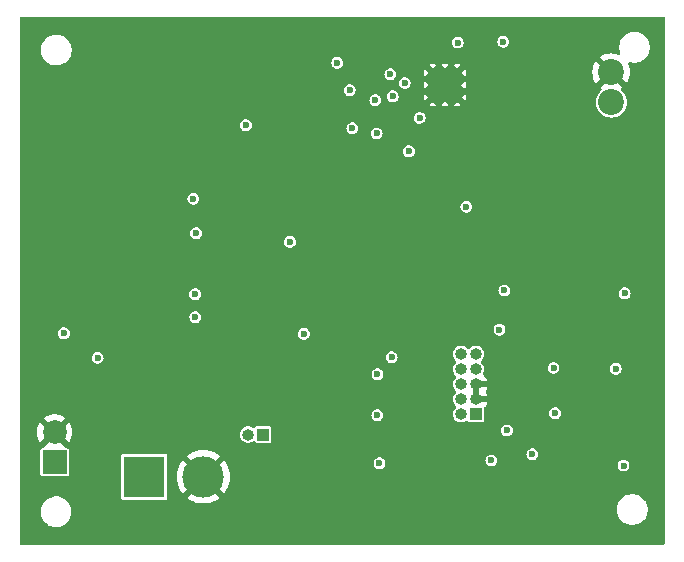
<source format=gbr>
%TF.GenerationSoftware,KiCad,Pcbnew,8.0.5*%
%TF.CreationDate,2025-03-03T10:26:28+01:00*%
%TF.ProjectId,picoballoon,7069636f-6261-46c6-9c6f-6f6e2e6b6963,rev?*%
%TF.SameCoordinates,Original*%
%TF.FileFunction,Copper,L4,Bot*%
%TF.FilePolarity,Positive*%
%FSLAX46Y46*%
G04 Gerber Fmt 4.6, Leading zero omitted, Abs format (unit mm)*
G04 Created by KiCad (PCBNEW 8.0.5) date 2025-03-03 10:26:28*
%MOMM*%
%LPD*%
G01*
G04 APERTURE LIST*
%TA.AperFunction,ComponentPad*%
%ADD10R,2.000000X2.000000*%
%TD*%
%TA.AperFunction,ComponentPad*%
%ADD11C,2.000000*%
%TD*%
%TA.AperFunction,HeatsinkPad*%
%ADD12C,0.500000*%
%TD*%
%TA.AperFunction,ComponentPad*%
%ADD13C,2.200000*%
%TD*%
%TA.AperFunction,ComponentPad*%
%ADD14R,1.000000X1.000000*%
%TD*%
%TA.AperFunction,ComponentPad*%
%ADD15O,1.000000X1.000000*%
%TD*%
%TA.AperFunction,ComponentPad*%
%ADD16R,3.500000X3.500000*%
%TD*%
%TA.AperFunction,ComponentPad*%
%ADD17C,3.500000*%
%TD*%
%TA.AperFunction,HeatsinkPad*%
%ADD18R,2.600000X2.600000*%
%TD*%
%TA.AperFunction,ViaPad*%
%ADD19C,0.600000*%
%TD*%
G04 APERTURE END LIST*
D10*
%TO.P,SC1,1,+*%
%TO.N,Net-(D1-A)*%
X109910000Y-121795000D03*
D11*
%TO.P,SC1,2,-*%
%TO.N,GND*%
X109910000Y-119255000D03*
%TD*%
D12*
%TO.P,,21,GND*%
%TO.N,GND*%
X141920000Y-89850000D03*
%TD*%
%TO.P,,21,GND*%
%TO.N,GND*%
X142965000Y-89860000D03*
%TD*%
%TO.P,,21,GND*%
%TO.N,GND*%
X142960000Y-88810000D03*
%TD*%
%TO.P,,21,GND*%
%TO.N,GND*%
X144010000Y-89850000D03*
%TD*%
D13*
%TO.P,AE2,1,A*%
%TO.N,Net-(AE2-A)*%
X157050000Y-91320000D03*
%TO.P,AE2,2*%
%TO.N,GND*%
X157050000Y-88780000D03*
%TD*%
D14*
%TO.P,J1,1,Pin_1*%
%TO.N,+3.3V*%
X145590000Y-117730000D03*
D15*
%TO.P,J1,2,Pin_2*%
%TO.N,/SWD_DIO*%
X144320000Y-117730000D03*
%TO.P,J1,3,Pin_3*%
%TO.N,GND*%
X145590000Y-116460000D03*
%TO.P,J1,4,Pin_4*%
%TO.N,/SWD_CLK*%
X144320000Y-116460000D03*
%TO.P,J1,5,Pin_5*%
%TO.N,GND*%
X145590000Y-115190000D03*
%TO.P,J1,6,Pin_6*%
%TO.N,unconnected-(J1-Pin_6-Pad6)*%
X144320000Y-115190000D03*
%TO.P,J1,7,Pin_7*%
%TO.N,unconnected-(J1-Pin_7-Pad7)*%
X145590000Y-113920000D03*
%TO.P,J1,8,Pin_8*%
%TO.N,unconnected-(J1-Pin_8-Pad8)*%
X144320000Y-113920000D03*
%TO.P,J1,9,Pin_9*%
%TO.N,unconnected-(J1-Pin_9-Pad9)*%
X145590000Y-112650000D03*
%TO.P,J1,10,Pin_10*%
%TO.N,/RESET*%
X144320000Y-112650000D03*
%TD*%
D16*
%TO.P,C1,1*%
%TO.N,+U_SC1*%
X117510000Y-123030000D03*
D17*
%TO.P,C1,2*%
%TO.N,GND*%
X122510000Y-123030000D03*
%TD*%
D12*
%TO.P,U1,21,GND*%
%TO.N,GND*%
X144015000Y-90910000D03*
X144015000Y-88810000D03*
D18*
X142965000Y-89860000D03*
D12*
X141915000Y-90910000D03*
X141915000Y-88810000D03*
%TD*%
%TO.P,,21,GND*%
%TO.N,GND*%
X142960000Y-90910000D03*
%TD*%
D14*
%TO.P,J2,1,Pin_1*%
%TO.N,+U_SC*%
X127570000Y-119450000D03*
D15*
%TO.P,J2,2,Pin_2*%
%TO.N,+U_SC1*%
X126300000Y-119450000D03*
%TD*%
D19*
%TO.N,GND*%
X161000000Y-102500000D03*
X152270000Y-123780000D03*
X132270000Y-98320000D03*
X118500000Y-84750000D03*
X159990000Y-127210000D03*
X107500000Y-89500000D03*
X153530000Y-93900000D03*
X134250000Y-128250000D03*
X152040000Y-101590000D03*
X138330000Y-116160000D03*
X149250000Y-128250000D03*
X154360000Y-94060000D03*
X152800000Y-97430000D03*
X161000000Y-91500000D03*
X128200000Y-99600000D03*
X152660000Y-93970000D03*
X112250000Y-128250000D03*
X149580000Y-96460000D03*
X109580000Y-115300000D03*
X107500000Y-117500000D03*
X140250000Y-128250000D03*
X159420000Y-102000000D03*
X126250000Y-128250000D03*
X108490000Y-94330000D03*
X150150000Y-117460000D03*
X157220000Y-103610000D03*
X140500000Y-84750000D03*
X148500000Y-84750000D03*
X161000000Y-111500000D03*
X131050000Y-96960000D03*
X110250000Y-128250000D03*
X134620000Y-116450000D03*
X149760000Y-100030000D03*
X132500000Y-84750000D03*
X155730000Y-123480000D03*
X157970000Y-96620000D03*
X116750000Y-87250000D03*
X150700000Y-101790000D03*
X150170000Y-115230000D03*
X107500000Y-101500000D03*
X130500000Y-84750000D03*
X158250000Y-128250000D03*
X115460000Y-119870000D03*
X110740000Y-113180000D03*
X152840000Y-91080000D03*
X161000000Y-106500000D03*
X119220000Y-86050000D03*
X154460000Y-96360000D03*
X107500000Y-108500000D03*
X128250000Y-128250000D03*
X145570000Y-108000000D03*
X134440000Y-94180000D03*
X157250000Y-128250000D03*
X126580000Y-99580000D03*
X124140000Y-86010000D03*
X107500000Y-111500000D03*
X135250000Y-128250000D03*
X123580000Y-115230000D03*
X139500000Y-84750000D03*
X157140000Y-117090000D03*
X135540000Y-92380000D03*
X152500000Y-84750000D03*
X124500000Y-84750000D03*
X142250000Y-128250000D03*
X129500000Y-84750000D03*
X129390000Y-91660000D03*
X113250000Y-128250000D03*
X161000000Y-120500000D03*
X130700000Y-92880000D03*
X142550000Y-119670000D03*
X107500000Y-110500000D03*
X136970000Y-101310000D03*
X152829525Y-96645330D03*
X161000000Y-96500000D03*
X142500000Y-84750000D03*
X131430000Y-124667500D03*
X153100000Y-103380000D03*
X157960000Y-95070000D03*
X159600000Y-109880000D03*
X133970000Y-101750000D03*
X115840000Y-100330000D03*
X128500000Y-84750000D03*
X127320000Y-115700000D03*
X145500000Y-84750000D03*
X137620000Y-107690000D03*
X126090000Y-102450000D03*
X108500000Y-84750000D03*
X157960000Y-94280000D03*
X152020000Y-91600000D03*
X116500000Y-84750000D03*
X147660000Y-89840000D03*
X151160000Y-92470000D03*
X113500000Y-84750000D03*
X149000000Y-89000000D03*
X151500000Y-84750000D03*
X142650000Y-110690000D03*
X147730000Y-87360000D03*
X107500000Y-92500000D03*
X137810000Y-104880000D03*
X119500000Y-84750000D03*
X138350000Y-96400000D03*
X118250000Y-128250000D03*
X107500000Y-97500000D03*
X159620000Y-123850000D03*
X112540000Y-89560000D03*
X117370000Y-102940000D03*
X136160000Y-88790000D03*
X161000000Y-105500000D03*
X156990000Y-118140000D03*
X123500000Y-84750000D03*
X129870000Y-99120000D03*
X123250000Y-128250000D03*
X117500000Y-84750000D03*
X157970000Y-97410000D03*
X153660000Y-96580000D03*
X161000000Y-92500000D03*
X132407266Y-117805498D03*
X121500000Y-84750000D03*
X147250000Y-128250000D03*
X158570000Y-92090000D03*
X161000000Y-86500000D03*
X121120000Y-118350000D03*
X126040000Y-104020000D03*
X108940000Y-97470000D03*
X129090000Y-88020000D03*
X144120000Y-126840000D03*
X159820000Y-122220000D03*
X157420000Y-110720000D03*
X125500000Y-84750000D03*
X109070000Y-106660000D03*
X125310000Y-115480000D03*
X151610000Y-88790000D03*
X142130000Y-125480000D03*
X130250000Y-128250000D03*
X146250000Y-128250000D03*
X118070000Y-118980000D03*
X107500000Y-95500000D03*
X159515097Y-99694018D03*
X133500000Y-84750000D03*
X116250000Y-128250000D03*
X147520000Y-126520000D03*
X152380000Y-88890000D03*
X126630000Y-98030000D03*
X107500000Y-123500000D03*
X147690000Y-88980000D03*
X134460000Y-85620000D03*
X140330000Y-104310000D03*
X138250000Y-128250000D03*
X161000000Y-85500000D03*
X108250000Y-128250000D03*
X152130000Y-114960000D03*
X150500000Y-84750000D03*
X108460000Y-123520000D03*
X148550000Y-90630000D03*
X157970000Y-95830000D03*
X155500000Y-84750000D03*
X132250000Y-128250000D03*
X107500000Y-125500000D03*
X127420000Y-127120000D03*
X153250000Y-128250000D03*
X112430000Y-94020000D03*
X112930000Y-85780000D03*
X158150000Y-102370000D03*
X151020000Y-99880000D03*
X156390000Y-100880000D03*
X140140000Y-107840000D03*
X113270000Y-125030000D03*
X158110000Y-92720000D03*
X145250000Y-128250000D03*
X115500000Y-84750000D03*
X137340000Y-119930000D03*
X161000000Y-122500000D03*
X129290000Y-118210000D03*
X144960000Y-92930000D03*
X107500000Y-114500000D03*
X157450000Y-100950000D03*
X111680000Y-89780000D03*
X148230000Y-100030000D03*
X161000000Y-113500000D03*
X107500000Y-103500000D03*
X111250000Y-128250000D03*
X156500000Y-84750000D03*
X107500000Y-88500000D03*
X114600000Y-99260000D03*
X161000000Y-87500000D03*
X157370000Y-124280000D03*
X157930000Y-93470000D03*
X143500000Y-84750000D03*
X136250000Y-128250000D03*
X107500000Y-84750000D03*
X161000000Y-94500000D03*
X107500000Y-104500000D03*
X147730000Y-90620000D03*
X152320000Y-103310000D03*
X152180000Y-110790000D03*
X148030000Y-98730000D03*
X131500000Y-84750000D03*
X154510000Y-97410000D03*
X144300000Y-98670000D03*
X148580000Y-112210000D03*
X121241067Y-87270300D03*
X158060000Y-101580000D03*
X146500000Y-84750000D03*
X157490000Y-99730000D03*
X161000000Y-123500000D03*
X153640000Y-97570000D03*
X156140000Y-96350000D03*
X148640000Y-101760000D03*
X135380000Y-103410000D03*
X150350000Y-103570000D03*
X126500000Y-84750000D03*
X135000000Y-106420000D03*
X129250000Y-128250000D03*
X107500000Y-126500000D03*
X160500000Y-84750000D03*
X161000000Y-118500000D03*
X137500000Y-84750000D03*
X155250000Y-128250000D03*
X125980000Y-107560000D03*
X161000000Y-124500000D03*
X139130000Y-101730000D03*
X134500000Y-84750000D03*
X161000000Y-108500000D03*
X136680000Y-97250000D03*
X156980000Y-100330000D03*
X132990000Y-96280000D03*
X140000000Y-119400000D03*
X161000000Y-115500000D03*
X161000000Y-121500000D03*
X107500000Y-124500000D03*
X113120000Y-87470000D03*
X150450000Y-98310000D03*
X125250000Y-128250000D03*
X112690000Y-90850000D03*
X158500000Y-84750000D03*
X161000000Y-109500000D03*
X125580000Y-124710000D03*
X151090000Y-126150000D03*
X157990000Y-98220000D03*
X126020000Y-105540000D03*
X135150000Y-121400000D03*
X107500000Y-127500000D03*
X161000000Y-88500000D03*
X134700000Y-118990000D03*
X143250000Y-128250000D03*
X128240000Y-98040000D03*
X107500000Y-87500000D03*
X134160000Y-108240000D03*
X161000000Y-117500000D03*
X111810000Y-114630000D03*
X138500000Y-84750000D03*
X153400000Y-86280000D03*
X107500000Y-93500000D03*
X125950000Y-94860000D03*
X125480000Y-126970000D03*
X150110000Y-110740000D03*
X133910000Y-89290000D03*
X152040000Y-102480000D03*
X147500000Y-84750000D03*
X107500000Y-99500000D03*
X161000000Y-100500000D03*
X149400000Y-98570000D03*
X153000000Y-89450000D03*
X161000000Y-112500000D03*
X121250000Y-128250000D03*
X152030000Y-100750000D03*
X148560000Y-114080000D03*
X156170000Y-97940000D03*
X107500000Y-106500000D03*
X137250000Y-128250000D03*
X108960000Y-102170000D03*
X107500000Y-121500000D03*
X111710000Y-97280000D03*
X129830000Y-94870000D03*
X113400000Y-106270000D03*
X152250000Y-128250000D03*
X144500000Y-84750000D03*
X150250000Y-128250000D03*
X142130000Y-122750000D03*
X138140000Y-115130000D03*
X138420000Y-112040000D03*
X137660000Y-127120000D03*
X125610000Y-122040000D03*
X157920000Y-99010000D03*
X113420000Y-101930000D03*
X129140000Y-115170000D03*
X150680000Y-88940000D03*
X120250000Y-128250000D03*
X161000000Y-101500000D03*
X135660000Y-96450000D03*
X141500000Y-84750000D03*
X154860000Y-95610000D03*
X153500000Y-84750000D03*
X107500000Y-112500000D03*
X112080000Y-91330000D03*
X149260000Y-123840000D03*
X161000000Y-103500000D03*
X124250000Y-128250000D03*
X143200000Y-109670000D03*
X156380000Y-86240000D03*
X148450000Y-121070000D03*
X136530000Y-113430000D03*
X161000000Y-90500000D03*
X132380000Y-120000000D03*
X145150000Y-96420000D03*
X109262939Y-128237369D03*
X132320000Y-127220000D03*
X152190000Y-116700000D03*
X143160000Y-99480000D03*
X127440000Y-113010000D03*
X112500000Y-84750000D03*
X159470000Y-94280000D03*
X110500000Y-84750000D03*
X114990000Y-86350000D03*
X157500000Y-84750000D03*
X107500000Y-105500000D03*
X161000000Y-95500000D03*
X153120000Y-106600000D03*
X107500000Y-119500000D03*
X154790000Y-94760000D03*
X115650000Y-111190000D03*
X107500000Y-91500000D03*
X151160000Y-93240000D03*
X107500000Y-98500000D03*
X151250000Y-128250000D03*
X154380000Y-88700000D03*
X107500000Y-113500000D03*
X161000000Y-110500000D03*
X107500000Y-86500000D03*
X107500000Y-94500000D03*
X159500000Y-84750000D03*
X114250000Y-128250000D03*
X155330000Y-97370000D03*
X107500000Y-120500000D03*
X139760000Y-127090000D03*
X150380000Y-97490000D03*
X127500000Y-84750000D03*
X154250000Y-128250000D03*
X135360000Y-124667500D03*
X161000000Y-99500000D03*
X119250000Y-111580000D03*
X107500000Y-102500000D03*
X121250000Y-111960000D03*
X161000000Y-89500000D03*
X122500000Y-84750000D03*
X111500000Y-84750000D03*
X161000000Y-97500000D03*
X155620000Y-103340000D03*
X161000000Y-119500000D03*
X107500000Y-116500000D03*
X156390000Y-103500000D03*
X119250000Y-128250000D03*
X147710000Y-88160000D03*
X141250000Y-128250000D03*
X161000000Y-125500000D03*
X123220000Y-126930000D03*
X136500000Y-84750000D03*
X111690000Y-116730000D03*
X151200000Y-91690000D03*
X136090000Y-86180000D03*
X157510000Y-127180000D03*
X145490000Y-123860000D03*
X161000000Y-127500000D03*
X151960000Y-99940000D03*
X159815960Y-119121151D03*
X107500000Y-100500000D03*
X117250000Y-128250000D03*
X153980000Y-103340000D03*
X134320000Y-113280000D03*
X161000000Y-126500000D03*
X125770000Y-87600000D03*
X161000000Y-93500000D03*
X146080000Y-99210000D03*
X161000000Y-114500000D03*
X135110000Y-87240000D03*
X114480000Y-126840000D03*
X157870000Y-103150000D03*
X135350000Y-95150000D03*
X134960000Y-127120000D03*
X159690000Y-107430000D03*
X159520000Y-111690000D03*
X107500000Y-109500000D03*
X156130000Y-95530000D03*
X129350000Y-93090000D03*
X129710000Y-127160000D03*
X156150000Y-97150000D03*
X108890000Y-110850000D03*
X107500000Y-122500000D03*
X159820000Y-116760000D03*
X156160000Y-94740000D03*
X141210000Y-119730000D03*
X115250000Y-128250000D03*
X150420000Y-87270000D03*
X108900000Y-113120000D03*
X154740000Y-103370000D03*
X113460000Y-110370000D03*
X149500000Y-84750000D03*
X127860000Y-94870000D03*
X107500000Y-96500000D03*
X107500000Y-118500000D03*
X155760000Y-92480000D03*
X133250000Y-128250000D03*
X150440000Y-112990000D03*
X107500000Y-90500000D03*
X159600000Y-96940000D03*
X107500000Y-85500000D03*
X156160000Y-93190000D03*
X159350000Y-89300000D03*
X151100000Y-94060000D03*
X139250000Y-128250000D03*
X128600000Y-86220000D03*
X156250000Y-128250000D03*
X159600000Y-114010000D03*
X150500000Y-99140000D03*
X149820000Y-88940000D03*
X154480000Y-100130000D03*
X154250000Y-91730000D03*
X150320000Y-96710000D03*
X142310000Y-97590000D03*
X123640000Y-118250000D03*
X122250000Y-128250000D03*
X136510000Y-112180000D03*
X114830000Y-108300000D03*
X148720000Y-89790000D03*
X161000000Y-107500000D03*
X142050000Y-127000000D03*
X135500000Y-84750000D03*
X144250000Y-128250000D03*
X153110000Y-90350000D03*
X161000000Y-104500000D03*
X159560000Y-104510000D03*
X151880000Y-94100000D03*
X107500000Y-107500000D03*
X120170000Y-126490000D03*
X148330000Y-103780000D03*
X131610000Y-95000000D03*
X159250000Y-128250000D03*
X161000000Y-116500000D03*
X107500000Y-115500000D03*
X160250000Y-128250000D03*
X133550000Y-104420000D03*
X154500000Y-84750000D03*
X109500000Y-84750000D03*
X156170000Y-93950000D03*
X116960000Y-126140000D03*
X148250000Y-128250000D03*
X161000000Y-98500000D03*
X152170000Y-112840000D03*
X114500000Y-84750000D03*
X131250000Y-128250000D03*
X120500000Y-84750000D03*
X114550000Y-103820000D03*
X127250000Y-128250000D03*
%TO.N,+3.3V*%
X147910000Y-86200000D03*
X158080000Y-122080000D03*
X121810000Y-107560000D03*
X144780000Y-100170000D03*
X158180000Y-107500000D03*
X144040000Y-86260000D03*
X137060000Y-91150000D03*
X152290000Y-117650000D03*
X126110003Y-93260003D03*
X137170000Y-93960000D03*
X121820000Y-109510000D03*
X150370000Y-121120000D03*
X121900000Y-102410000D03*
X148000000Y-107250000D03*
X129840000Y-103140000D03*
X157417500Y-113872500D03*
X121670000Y-99490000D03*
X146900000Y-121650000D03*
X152155000Y-113816826D03*
X148210000Y-119110000D03*
X131020000Y-110920000D03*
X138345000Y-88945000D03*
X138440000Y-112910000D03*
X113550000Y-112965000D03*
X147580000Y-110570000D03*
X137420000Y-121887500D03*
X110690000Y-110890000D03*
%TO.N,/MISO*%
X138540000Y-90820000D03*
X134900000Y-90290000D03*
%TO.N,/MOSI*%
X139910000Y-95480000D03*
X135130000Y-93530000D03*
%TO.N,/SCLK*%
X139560000Y-89690000D03*
X133850000Y-87980000D03*
X140820000Y-92650000D03*
%TO.N,/SWD_DIO*%
X137240000Y-117819978D03*
X137250000Y-114340000D03*
%TD*%
%TA.AperFunction,Conductor*%
%TO.N,GND*%
G36*
X161512539Y-84079685D02*
G01*
X161558294Y-84132489D01*
X161569500Y-84184000D01*
X161569500Y-128685500D01*
X161549815Y-128752539D01*
X161497011Y-128798294D01*
X161445500Y-128809500D01*
X107094500Y-128809500D01*
X107027461Y-128789815D01*
X106981706Y-128737011D01*
X106970500Y-128685500D01*
X106970500Y-125887648D01*
X108739500Y-125887648D01*
X108739500Y-126092352D01*
X108743878Y-126119995D01*
X108771522Y-126294534D01*
X108834781Y-126489223D01*
X108927715Y-126671613D01*
X109048028Y-126837213D01*
X109192786Y-126981971D01*
X109311854Y-127068477D01*
X109358390Y-127102287D01*
X109474607Y-127161503D01*
X109540776Y-127195218D01*
X109540778Y-127195218D01*
X109540781Y-127195220D01*
X109645137Y-127229127D01*
X109735465Y-127258477D01*
X109836557Y-127274488D01*
X109937648Y-127290500D01*
X109937649Y-127290500D01*
X110142351Y-127290500D01*
X110142352Y-127290500D01*
X110344534Y-127258477D01*
X110539219Y-127195220D01*
X110721610Y-127102287D01*
X110814590Y-127034732D01*
X110887213Y-126981971D01*
X110887215Y-126981968D01*
X110887219Y-126981966D01*
X111031966Y-126837219D01*
X111031968Y-126837215D01*
X111031971Y-126837213D01*
X111084732Y-126764590D01*
X111152287Y-126671610D01*
X111245220Y-126489219D01*
X111308477Y-126294534D01*
X111340500Y-126092352D01*
X111340500Y-125887648D01*
X111310407Y-125697648D01*
X157529500Y-125697648D01*
X157529500Y-125902351D01*
X157561522Y-126104534D01*
X157624781Y-126299223D01*
X157717715Y-126481613D01*
X157838028Y-126647213D01*
X157982786Y-126791971D01*
X158137749Y-126904556D01*
X158148390Y-126912287D01*
X158264607Y-126971503D01*
X158330776Y-127005218D01*
X158330778Y-127005218D01*
X158330781Y-127005220D01*
X158435137Y-127039127D01*
X158525465Y-127068477D01*
X158626557Y-127084488D01*
X158727648Y-127100500D01*
X158727649Y-127100500D01*
X158932351Y-127100500D01*
X158932352Y-127100500D01*
X159134534Y-127068477D01*
X159329219Y-127005220D01*
X159511610Y-126912287D01*
X159614941Y-126837213D01*
X159677213Y-126791971D01*
X159677215Y-126791968D01*
X159677219Y-126791966D01*
X159821966Y-126647219D01*
X159821968Y-126647215D01*
X159821971Y-126647213D01*
X159874732Y-126574590D01*
X159942287Y-126481610D01*
X160035220Y-126299219D01*
X160098477Y-126104534D01*
X160130500Y-125902352D01*
X160130500Y-125697648D01*
X160098477Y-125495466D01*
X160035220Y-125300781D01*
X160035218Y-125300778D01*
X160035218Y-125300776D01*
X160001503Y-125234607D01*
X159942287Y-125118390D01*
X159934556Y-125107749D01*
X159821971Y-124952786D01*
X159677213Y-124808028D01*
X159511613Y-124687715D01*
X159511612Y-124687714D01*
X159511610Y-124687713D01*
X159454653Y-124658691D01*
X159329223Y-124594781D01*
X159134534Y-124531522D01*
X158959995Y-124503878D01*
X158932352Y-124499500D01*
X158727648Y-124499500D01*
X158703329Y-124503351D01*
X158525465Y-124531522D01*
X158330776Y-124594781D01*
X158148386Y-124687715D01*
X157982786Y-124808028D01*
X157838028Y-124952786D01*
X157717715Y-125118386D01*
X157624781Y-125300776D01*
X157561522Y-125495465D01*
X157529500Y-125697648D01*
X111310407Y-125697648D01*
X111308477Y-125685465D01*
X111245218Y-125490776D01*
X111211503Y-125424607D01*
X111152287Y-125308390D01*
X111121153Y-125265537D01*
X111031971Y-125142786D01*
X110887213Y-124998028D01*
X110721613Y-124877715D01*
X110721612Y-124877714D01*
X110721610Y-124877713D01*
X110664653Y-124848691D01*
X110539223Y-124784781D01*
X110344534Y-124721522D01*
X110169995Y-124693878D01*
X110142352Y-124689500D01*
X109937648Y-124689500D01*
X109913329Y-124693351D01*
X109735465Y-124721522D01*
X109540776Y-124784781D01*
X109358386Y-124877715D01*
X109192786Y-124998028D01*
X109048028Y-125142786D01*
X108927715Y-125308386D01*
X108834781Y-125490776D01*
X108771522Y-125685465D01*
X108739500Y-125887648D01*
X106970500Y-125887648D01*
X106970500Y-119254994D01*
X108404859Y-119254994D01*
X108404859Y-119255005D01*
X108425385Y-119502729D01*
X108425387Y-119502738D01*
X108486412Y-119743717D01*
X108586266Y-119971364D01*
X108686564Y-120124882D01*
X109427037Y-119384409D01*
X109444075Y-119447993D01*
X109509901Y-119562007D01*
X109602993Y-119655099D01*
X109717007Y-119720925D01*
X109780590Y-119737962D01*
X109034024Y-120484527D01*
X109023469Y-120530947D01*
X108973602Y-120579886D01*
X108915200Y-120594500D01*
X108890247Y-120594500D01*
X108831770Y-120606131D01*
X108831769Y-120606132D01*
X108765447Y-120650447D01*
X108721132Y-120716769D01*
X108721131Y-120716770D01*
X108709500Y-120775247D01*
X108709500Y-122814752D01*
X108721131Y-122873229D01*
X108721132Y-122873230D01*
X108765447Y-122939552D01*
X108831769Y-122983867D01*
X108831770Y-122983868D01*
X108890247Y-122995499D01*
X108890250Y-122995500D01*
X108890252Y-122995500D01*
X110929750Y-122995500D01*
X110929751Y-122995499D01*
X110944568Y-122992552D01*
X110988229Y-122983868D01*
X110988229Y-122983867D01*
X110988231Y-122983867D01*
X111054552Y-122939552D01*
X111098867Y-122873231D01*
X111098867Y-122873229D01*
X111098868Y-122873229D01*
X111110499Y-122814752D01*
X111110500Y-122814750D01*
X111110500Y-121260247D01*
X115559500Y-121260247D01*
X115559500Y-124799752D01*
X115571131Y-124858229D01*
X115571132Y-124858230D01*
X115615447Y-124924552D01*
X115681769Y-124968867D01*
X115681770Y-124968868D01*
X115740247Y-124980499D01*
X115740250Y-124980500D01*
X115740252Y-124980500D01*
X119279750Y-124980500D01*
X119279751Y-124980499D01*
X119294568Y-124977552D01*
X119338229Y-124968868D01*
X119338229Y-124968867D01*
X119338231Y-124968867D01*
X119404552Y-124924552D01*
X119448867Y-124858231D01*
X119448867Y-124858229D01*
X119448868Y-124858229D01*
X119460499Y-124799752D01*
X119460500Y-124799750D01*
X119460500Y-123030000D01*
X120255172Y-123030000D01*
X120274462Y-123324312D01*
X120274464Y-123324324D01*
X120332001Y-123613584D01*
X120332005Y-123613599D01*
X120426812Y-123892888D01*
X120557258Y-124157406D01*
X120557265Y-124157419D01*
X120721123Y-124402649D01*
X120750405Y-124436040D01*
X122027037Y-123159408D01*
X122044075Y-123222993D01*
X122109901Y-123337007D01*
X122202993Y-123430099D01*
X122317007Y-123495925D01*
X122380590Y-123512962D01*
X121103958Y-124789593D01*
X121137350Y-124818876D01*
X121382580Y-124982734D01*
X121382593Y-124982741D01*
X121647111Y-125113187D01*
X121926400Y-125207994D01*
X121926415Y-125207998D01*
X122215675Y-125265535D01*
X122215687Y-125265537D01*
X122510000Y-125284827D01*
X122804312Y-125265537D01*
X122804324Y-125265535D01*
X123093584Y-125207998D01*
X123093599Y-125207994D01*
X123372888Y-125113187D01*
X123637406Y-124982741D01*
X123637419Y-124982734D01*
X123882648Y-124818877D01*
X123916039Y-124789593D01*
X122639410Y-123512962D01*
X122702993Y-123495925D01*
X122817007Y-123430099D01*
X122910099Y-123337007D01*
X122975925Y-123222993D01*
X122992962Y-123159409D01*
X124269593Y-124436039D01*
X124298877Y-124402648D01*
X124462734Y-124157419D01*
X124462741Y-124157406D01*
X124593187Y-123892888D01*
X124687994Y-123613599D01*
X124687998Y-123613584D01*
X124745535Y-123324324D01*
X124745537Y-123324312D01*
X124764827Y-123030000D01*
X124745537Y-122735687D01*
X124745535Y-122735675D01*
X124687998Y-122446415D01*
X124687994Y-122446400D01*
X124593187Y-122167111D01*
X124462741Y-121902593D01*
X124462734Y-121902580D01*
X124452658Y-121887500D01*
X136914353Y-121887500D01*
X136934834Y-122029956D01*
X136935833Y-122032143D01*
X136994623Y-122160873D01*
X137088872Y-122269643D01*
X137209947Y-122347453D01*
X137209950Y-122347454D01*
X137209949Y-122347454D01*
X137348036Y-122387999D01*
X137348038Y-122388000D01*
X137348039Y-122388000D01*
X137491962Y-122388000D01*
X137491962Y-122387999D01*
X137630053Y-122347453D01*
X137751128Y-122269643D01*
X137845377Y-122160873D01*
X137905165Y-122029957D01*
X137925647Y-121887500D01*
X137905165Y-121745043D01*
X137861760Y-121650000D01*
X146394353Y-121650000D01*
X146414834Y-121792456D01*
X146458240Y-121887500D01*
X146474623Y-121923373D01*
X146568872Y-122032143D01*
X146689947Y-122109953D01*
X146689950Y-122109954D01*
X146689949Y-122109954D01*
X146828036Y-122150499D01*
X146828038Y-122150500D01*
X146828039Y-122150500D01*
X146971962Y-122150500D01*
X146971962Y-122150499D01*
X147110053Y-122109953D01*
X147156661Y-122080000D01*
X157574353Y-122080000D01*
X157594834Y-122222456D01*
X157616384Y-122269643D01*
X157654623Y-122353373D01*
X157748872Y-122462143D01*
X157869947Y-122539953D01*
X157869950Y-122539954D01*
X157869949Y-122539954D01*
X158008036Y-122580499D01*
X158008038Y-122580500D01*
X158008039Y-122580500D01*
X158151962Y-122580500D01*
X158151962Y-122580499D01*
X158290053Y-122539953D01*
X158411128Y-122462143D01*
X158505377Y-122353373D01*
X158565165Y-122222457D01*
X158585647Y-122080000D01*
X158565165Y-121937543D01*
X158505377Y-121806627D01*
X158411128Y-121697857D01*
X158290053Y-121620047D01*
X158290051Y-121620046D01*
X158290049Y-121620045D01*
X158290050Y-121620045D01*
X158151963Y-121579500D01*
X158151961Y-121579500D01*
X158008039Y-121579500D01*
X158008036Y-121579500D01*
X157869949Y-121620045D01*
X157748873Y-121697856D01*
X157654623Y-121806626D01*
X157654622Y-121806628D01*
X157594834Y-121937543D01*
X157574353Y-122080000D01*
X147156661Y-122080000D01*
X147231128Y-122032143D01*
X147325377Y-121923373D01*
X147385165Y-121792457D01*
X147405647Y-121650000D01*
X147385165Y-121507543D01*
X147325377Y-121376627D01*
X147231128Y-121267857D01*
X147110053Y-121190047D01*
X147110051Y-121190046D01*
X147110049Y-121190045D01*
X147110050Y-121190045D01*
X146971963Y-121149500D01*
X146971961Y-121149500D01*
X146828039Y-121149500D01*
X146828036Y-121149500D01*
X146689949Y-121190045D01*
X146568873Y-121267856D01*
X146474623Y-121376626D01*
X146474622Y-121376628D01*
X146414834Y-121507543D01*
X146394353Y-121650000D01*
X137861760Y-121650000D01*
X137845377Y-121614127D01*
X137751128Y-121505357D01*
X137630053Y-121427547D01*
X137630051Y-121427546D01*
X137630049Y-121427545D01*
X137630050Y-121427545D01*
X137491963Y-121387000D01*
X137491961Y-121387000D01*
X137348039Y-121387000D01*
X137348036Y-121387000D01*
X137209949Y-121427545D01*
X137088873Y-121505356D01*
X136994623Y-121614126D01*
X136994622Y-121614128D01*
X136934834Y-121745043D01*
X136914353Y-121887500D01*
X124452658Y-121887500D01*
X124298876Y-121657350D01*
X124269593Y-121623958D01*
X122992962Y-122900589D01*
X122975925Y-122837007D01*
X122910099Y-122722993D01*
X122817007Y-122629901D01*
X122702993Y-122564075D01*
X122639409Y-122547037D01*
X123916040Y-121270405D01*
X123882649Y-121241123D01*
X123701376Y-121120000D01*
X149864353Y-121120000D01*
X149884834Y-121262456D01*
X149944622Y-121393371D01*
X149944623Y-121393373D01*
X150038872Y-121502143D01*
X150159947Y-121579953D01*
X150159950Y-121579954D01*
X150159949Y-121579954D01*
X150267107Y-121611417D01*
X150296496Y-121620047D01*
X150298036Y-121620499D01*
X150298038Y-121620500D01*
X150298039Y-121620500D01*
X150441962Y-121620500D01*
X150441962Y-121620499D01*
X150580053Y-121579953D01*
X150701128Y-121502143D01*
X150795377Y-121393373D01*
X150855165Y-121262457D01*
X150875647Y-121120000D01*
X150855165Y-120977543D01*
X150795377Y-120846627D01*
X150701128Y-120737857D01*
X150580053Y-120660047D01*
X150580051Y-120660046D01*
X150580049Y-120660045D01*
X150580050Y-120660045D01*
X150441963Y-120619500D01*
X150441961Y-120619500D01*
X150298039Y-120619500D01*
X150298036Y-120619500D01*
X150159949Y-120660045D01*
X150038873Y-120737856D01*
X149944623Y-120846626D01*
X149944622Y-120846628D01*
X149884834Y-120977543D01*
X149864353Y-121120000D01*
X123701376Y-121120000D01*
X123637419Y-121077265D01*
X123637406Y-121077258D01*
X123372888Y-120946812D01*
X123093599Y-120852005D01*
X123093584Y-120852001D01*
X122804324Y-120794464D01*
X122804312Y-120794462D01*
X122510000Y-120775172D01*
X122215687Y-120794462D01*
X122215675Y-120794464D01*
X121926415Y-120852001D01*
X121926400Y-120852005D01*
X121647111Y-120946812D01*
X121382593Y-121077258D01*
X121382580Y-121077265D01*
X121137346Y-121241126D01*
X121137339Y-121241131D01*
X121103959Y-121270403D01*
X121103959Y-121270405D01*
X122380591Y-122547037D01*
X122317007Y-122564075D01*
X122202993Y-122629901D01*
X122109901Y-122722993D01*
X122044075Y-122837007D01*
X122027037Y-122900591D01*
X120750405Y-121623959D01*
X120750403Y-121623959D01*
X120721131Y-121657339D01*
X120721126Y-121657346D01*
X120557265Y-121902580D01*
X120557258Y-121902593D01*
X120426812Y-122167111D01*
X120332005Y-122446400D01*
X120332001Y-122446415D01*
X120274464Y-122735675D01*
X120274462Y-122735687D01*
X120255172Y-123030000D01*
X119460500Y-123030000D01*
X119460500Y-121260249D01*
X119460499Y-121260247D01*
X119448868Y-121201770D01*
X119448867Y-121201769D01*
X119404552Y-121135447D01*
X119338230Y-121091132D01*
X119338229Y-121091131D01*
X119279752Y-121079500D01*
X119279748Y-121079500D01*
X115740252Y-121079500D01*
X115740247Y-121079500D01*
X115681770Y-121091131D01*
X115681769Y-121091132D01*
X115615447Y-121135447D01*
X115571132Y-121201769D01*
X115571131Y-121201770D01*
X115559500Y-121260247D01*
X111110500Y-121260247D01*
X111110500Y-120775249D01*
X111110499Y-120775247D01*
X111098868Y-120716770D01*
X111098867Y-120716769D01*
X111054552Y-120650447D01*
X110988230Y-120606132D01*
X110988229Y-120606131D01*
X110929752Y-120594500D01*
X110929748Y-120594500D01*
X110904799Y-120594500D01*
X110837760Y-120574815D01*
X110792005Y-120522011D01*
X110784851Y-120483404D01*
X110039409Y-119737962D01*
X110102993Y-119720925D01*
X110217007Y-119655099D01*
X110310099Y-119562007D01*
X110375925Y-119447993D01*
X110392962Y-119384410D01*
X111133434Y-120124882D01*
X111233731Y-119971369D01*
X111333587Y-119743717D01*
X111394612Y-119502738D01*
X111394614Y-119502729D01*
X111398983Y-119450000D01*
X125594355Y-119450000D01*
X125614859Y-119618869D01*
X125614860Y-119618874D01*
X125675182Y-119777931D01*
X125730500Y-119858071D01*
X125771817Y-119917929D01*
X125832133Y-119971364D01*
X125899150Y-120030736D01*
X126049773Y-120109789D01*
X126049775Y-120109790D01*
X126214944Y-120150500D01*
X126385056Y-120150500D01*
X126550225Y-120109790D01*
X126668641Y-120047640D01*
X126700849Y-120030736D01*
X126700850Y-120030734D01*
X126700852Y-120030734D01*
X126708771Y-120023717D01*
X126772001Y-119993995D01*
X126841265Y-120003175D01*
X126894102Y-120047640D01*
X126925447Y-120094552D01*
X126991769Y-120138867D01*
X126991770Y-120138868D01*
X127050247Y-120150499D01*
X127050250Y-120150500D01*
X127050252Y-120150500D01*
X128089750Y-120150500D01*
X128089751Y-120150499D01*
X128104568Y-120147552D01*
X128148229Y-120138868D01*
X128148229Y-120138867D01*
X128148231Y-120138867D01*
X128214552Y-120094552D01*
X128258867Y-120028231D01*
X128258867Y-120028229D01*
X128258868Y-120028229D01*
X128267552Y-119984568D01*
X128270500Y-119969748D01*
X128270500Y-119110000D01*
X147704353Y-119110000D01*
X147724834Y-119252456D01*
X147756058Y-119320826D01*
X147784623Y-119383373D01*
X147878872Y-119492143D01*
X147999947Y-119569953D01*
X147999950Y-119569954D01*
X147999949Y-119569954D01*
X148138036Y-119610499D01*
X148138038Y-119610500D01*
X148138039Y-119610500D01*
X148281962Y-119610500D01*
X148281962Y-119610499D01*
X148420053Y-119569953D01*
X148541128Y-119492143D01*
X148635377Y-119383373D01*
X148695165Y-119252457D01*
X148715647Y-119110000D01*
X148695165Y-118967543D01*
X148635377Y-118836627D01*
X148541128Y-118727857D01*
X148420053Y-118650047D01*
X148420051Y-118650046D01*
X148420049Y-118650045D01*
X148420050Y-118650045D01*
X148281963Y-118609500D01*
X148281961Y-118609500D01*
X148138039Y-118609500D01*
X148138036Y-118609500D01*
X147999949Y-118650045D01*
X147878873Y-118727856D01*
X147784623Y-118836626D01*
X147784622Y-118836628D01*
X147724834Y-118967543D01*
X147704353Y-119110000D01*
X128270500Y-119110000D01*
X128270500Y-118930252D01*
X128270500Y-118930249D01*
X128270499Y-118930247D01*
X128258868Y-118871770D01*
X128258867Y-118871769D01*
X128214552Y-118805447D01*
X128148230Y-118761132D01*
X128148229Y-118761131D01*
X128089752Y-118749500D01*
X128089748Y-118749500D01*
X127050252Y-118749500D01*
X127050247Y-118749500D01*
X126991770Y-118761131D01*
X126991769Y-118761132D01*
X126925448Y-118805446D01*
X126894102Y-118852360D01*
X126840489Y-118897164D01*
X126771164Y-118905871D01*
X126708773Y-118876283D01*
X126700852Y-118869266D01*
X126700850Y-118869264D01*
X126550226Y-118790210D01*
X126385056Y-118749500D01*
X126214944Y-118749500D01*
X126049773Y-118790210D01*
X125899150Y-118869263D01*
X125771816Y-118982072D01*
X125675182Y-119122068D01*
X125614860Y-119281125D01*
X125614859Y-119281130D01*
X125594355Y-119450000D01*
X111398983Y-119450000D01*
X111415141Y-119255005D01*
X111415141Y-119254994D01*
X111394614Y-119007270D01*
X111394612Y-119007261D01*
X111333587Y-118766282D01*
X111233731Y-118538630D01*
X111133434Y-118385116D01*
X110392962Y-119125589D01*
X110375925Y-119062007D01*
X110310099Y-118947993D01*
X110217007Y-118854901D01*
X110102993Y-118789075D01*
X110039410Y-118772037D01*
X110780057Y-118031390D01*
X110780056Y-118031389D01*
X110733229Y-117994943D01*
X110514614Y-117876635D01*
X110514603Y-117876630D01*
X110349583Y-117819978D01*
X136734353Y-117819978D01*
X136754834Y-117962434D01*
X136798447Y-118057931D01*
X136814623Y-118093351D01*
X136908872Y-118202121D01*
X137029947Y-118279931D01*
X137029950Y-118279932D01*
X137029949Y-118279932D01*
X137168036Y-118320477D01*
X137168038Y-118320478D01*
X137168039Y-118320478D01*
X137311962Y-118320478D01*
X137311962Y-118320477D01*
X137450053Y-118279931D01*
X137571128Y-118202121D01*
X137665377Y-118093351D01*
X137725165Y-117962435D01*
X137745647Y-117819978D01*
X137725165Y-117677521D01*
X137665377Y-117546605D01*
X137571128Y-117437835D01*
X137450053Y-117360025D01*
X137450051Y-117360024D01*
X137450049Y-117360023D01*
X137450050Y-117360023D01*
X137311963Y-117319478D01*
X137311961Y-117319478D01*
X137168039Y-117319478D01*
X137168036Y-117319478D01*
X137029949Y-117360023D01*
X136908873Y-117437834D01*
X136814623Y-117546604D01*
X136814622Y-117546606D01*
X136754834Y-117677521D01*
X136734353Y-117819978D01*
X110349583Y-117819978D01*
X110279493Y-117795916D01*
X110034293Y-117755000D01*
X109785707Y-117755000D01*
X109540506Y-117795916D01*
X109305396Y-117876630D01*
X109305390Y-117876632D01*
X109086761Y-117994949D01*
X109039942Y-118031388D01*
X109039942Y-118031390D01*
X109780590Y-118772037D01*
X109717007Y-118789075D01*
X109602993Y-118854901D01*
X109509901Y-118947993D01*
X109444075Y-119062007D01*
X109427037Y-119125589D01*
X108686564Y-118385116D01*
X108586267Y-118538632D01*
X108486412Y-118766282D01*
X108425387Y-119007261D01*
X108425385Y-119007270D01*
X108404859Y-119254994D01*
X106970500Y-119254994D01*
X106970500Y-114340000D01*
X136744353Y-114340000D01*
X136764834Y-114482456D01*
X136809286Y-114579790D01*
X136824623Y-114613373D01*
X136918872Y-114722143D01*
X137039947Y-114799953D01*
X137039950Y-114799954D01*
X137039949Y-114799954D01*
X137178036Y-114840499D01*
X137178038Y-114840500D01*
X137178039Y-114840500D01*
X137321962Y-114840500D01*
X137321962Y-114840499D01*
X137429121Y-114809035D01*
X137460050Y-114799954D01*
X137460050Y-114799953D01*
X137460053Y-114799953D01*
X137581128Y-114722143D01*
X137675377Y-114613373D01*
X137735165Y-114482457D01*
X137755647Y-114340000D01*
X137735165Y-114197543D01*
X137675377Y-114066627D01*
X137581128Y-113957857D01*
X137460053Y-113880047D01*
X137460051Y-113880046D01*
X137460049Y-113880045D01*
X137460050Y-113880045D01*
X137321963Y-113839500D01*
X137321961Y-113839500D01*
X137178039Y-113839500D01*
X137178036Y-113839500D01*
X137039949Y-113880045D01*
X136918873Y-113957856D01*
X136824623Y-114066626D01*
X136824622Y-114066628D01*
X136764834Y-114197543D01*
X136744353Y-114340000D01*
X106970500Y-114340000D01*
X106970500Y-112965000D01*
X113044353Y-112965000D01*
X113064834Y-113107456D01*
X113099504Y-113183371D01*
X113124623Y-113238373D01*
X113218872Y-113347143D01*
X113339947Y-113424953D01*
X113339950Y-113424954D01*
X113339949Y-113424954D01*
X113478036Y-113465499D01*
X113478038Y-113465500D01*
X113478039Y-113465500D01*
X113621962Y-113465500D01*
X113621962Y-113465499D01*
X113760053Y-113424953D01*
X113881128Y-113347143D01*
X113975377Y-113238373D01*
X114035165Y-113107457D01*
X114055647Y-112965000D01*
X114047739Y-112910000D01*
X137934353Y-112910000D01*
X137954834Y-113052456D01*
X137979952Y-113107456D01*
X138014623Y-113183373D01*
X138108872Y-113292143D01*
X138229947Y-113369953D01*
X138229950Y-113369954D01*
X138229949Y-113369954D01*
X138368036Y-113410499D01*
X138368038Y-113410500D01*
X138368039Y-113410500D01*
X138511962Y-113410500D01*
X138511962Y-113410499D01*
X138623277Y-113377815D01*
X138650050Y-113369954D01*
X138650050Y-113369953D01*
X138650053Y-113369953D01*
X138771128Y-113292143D01*
X138865377Y-113183373D01*
X138925165Y-113052457D01*
X138945647Y-112910000D01*
X138925165Y-112767543D01*
X138871484Y-112650000D01*
X143614355Y-112650000D01*
X143634859Y-112818869D01*
X143634860Y-112818874D01*
X143695182Y-112977931D01*
X143791818Y-113117930D01*
X143875634Y-113192185D01*
X143912761Y-113251374D01*
X143911993Y-113321240D01*
X143875634Y-113377815D01*
X143791818Y-113452069D01*
X143695182Y-113592068D01*
X143634860Y-113751125D01*
X143634859Y-113751130D01*
X143614355Y-113920000D01*
X143634859Y-114088869D01*
X143634860Y-114088874D01*
X143695182Y-114247931D01*
X143743082Y-114317325D01*
X143781511Y-114372999D01*
X143791818Y-114387930D01*
X143875634Y-114462185D01*
X143912761Y-114521374D01*
X143911993Y-114591240D01*
X143875634Y-114647815D01*
X143791818Y-114722069D01*
X143695182Y-114862068D01*
X143634860Y-115021125D01*
X143634859Y-115021130D01*
X143614355Y-115190000D01*
X143634859Y-115358869D01*
X143634860Y-115358874D01*
X143695182Y-115517931D01*
X143791818Y-115657930D01*
X143875634Y-115732185D01*
X143912761Y-115791374D01*
X143911993Y-115861240D01*
X143875634Y-115917815D01*
X143791818Y-115992069D01*
X143695182Y-116132068D01*
X143634860Y-116291125D01*
X143634859Y-116291130D01*
X143614355Y-116460000D01*
X143634859Y-116628869D01*
X143634860Y-116628874D01*
X143695182Y-116787931D01*
X143791818Y-116927930D01*
X143875634Y-117002185D01*
X143912761Y-117061374D01*
X143911993Y-117131240D01*
X143875634Y-117187815D01*
X143791818Y-117262069D01*
X143695182Y-117402068D01*
X143634860Y-117561125D01*
X143634859Y-117561130D01*
X143614355Y-117730000D01*
X143634859Y-117898869D01*
X143634860Y-117898874D01*
X143695182Y-118057931D01*
X143731091Y-118109953D01*
X143791817Y-118197929D01*
X143884380Y-118279932D01*
X143919150Y-118310736D01*
X144069773Y-118389789D01*
X144069775Y-118389790D01*
X144234944Y-118430500D01*
X144405056Y-118430500D01*
X144570225Y-118389790D01*
X144702287Y-118320478D01*
X144720849Y-118310736D01*
X144720850Y-118310734D01*
X144720852Y-118310734D01*
X144728771Y-118303717D01*
X144792001Y-118273995D01*
X144861265Y-118283175D01*
X144914102Y-118327640D01*
X144945447Y-118374552D01*
X145011769Y-118418867D01*
X145011770Y-118418868D01*
X145070247Y-118430499D01*
X145070250Y-118430500D01*
X145070252Y-118430500D01*
X146109750Y-118430500D01*
X146109751Y-118430499D01*
X146124568Y-118427552D01*
X146168229Y-118418868D01*
X146168229Y-118418867D01*
X146168231Y-118418867D01*
X146234552Y-118374552D01*
X146278867Y-118308231D01*
X146278867Y-118308229D01*
X146278868Y-118308229D01*
X146290499Y-118249752D01*
X146290500Y-118249750D01*
X146290500Y-117650000D01*
X151784353Y-117650000D01*
X151804834Y-117792456D01*
X151864622Y-117923371D01*
X151864623Y-117923373D01*
X151958872Y-118032143D01*
X152079947Y-118109953D01*
X152079950Y-118109954D01*
X152079949Y-118109954D01*
X152218036Y-118150499D01*
X152218038Y-118150500D01*
X152218039Y-118150500D01*
X152361962Y-118150500D01*
X152361962Y-118150499D01*
X152500053Y-118109953D01*
X152621128Y-118032143D01*
X152715377Y-117923373D01*
X152775165Y-117792457D01*
X152795647Y-117650000D01*
X152775165Y-117507543D01*
X152715377Y-117376627D01*
X152621128Y-117267857D01*
X152500053Y-117190047D01*
X152500051Y-117190046D01*
X152500049Y-117190045D01*
X152500050Y-117190045D01*
X152361963Y-117149500D01*
X152361961Y-117149500D01*
X152218039Y-117149500D01*
X152218036Y-117149500D01*
X152079949Y-117190045D01*
X151958873Y-117267856D01*
X151864623Y-117376626D01*
X151864622Y-117376628D01*
X151804834Y-117507543D01*
X151784353Y-117650000D01*
X146290500Y-117650000D01*
X146290500Y-117227115D01*
X146310185Y-117160076D01*
X146318647Y-117148450D01*
X146425492Y-117018260D01*
X146425496Y-117018253D01*
X146518347Y-116844541D01*
X146559160Y-116710000D01*
X145799618Y-116710000D01*
X145850064Y-116659554D01*
X145892851Y-116585445D01*
X145915000Y-116502787D01*
X145915000Y-116417213D01*
X145892851Y-116334555D01*
X145850064Y-116260446D01*
X145799618Y-116210000D01*
X145840000Y-116210000D01*
X146559160Y-116210000D01*
X146559160Y-116209999D01*
X146518347Y-116075458D01*
X146425497Y-115901747D01*
X146422111Y-115896680D01*
X146423665Y-115895641D01*
X146399759Y-115839361D01*
X146411547Y-115770493D01*
X146422441Y-115753540D01*
X146422111Y-115753320D01*
X146425497Y-115748252D01*
X146518347Y-115574541D01*
X146559160Y-115440000D01*
X145840000Y-115440000D01*
X145840000Y-116210000D01*
X145799618Y-116210000D01*
X145789554Y-116199936D01*
X145715445Y-116157149D01*
X145632787Y-116135000D01*
X145547213Y-116135000D01*
X145464555Y-116157149D01*
X145390446Y-116199936D01*
X145340000Y-116250382D01*
X145340000Y-115399618D01*
X145390446Y-115450064D01*
X145464555Y-115492851D01*
X145547213Y-115515000D01*
X145632787Y-115515000D01*
X145715445Y-115492851D01*
X145789554Y-115450064D01*
X145850064Y-115389554D01*
X145892851Y-115315445D01*
X145915000Y-115232787D01*
X145915000Y-115147213D01*
X145892851Y-115064555D01*
X145850064Y-114990446D01*
X145799618Y-114940000D01*
X146559160Y-114940000D01*
X146559160Y-114939999D01*
X146518347Y-114805458D01*
X146425496Y-114631746D01*
X146425492Y-114631739D01*
X146300528Y-114479471D01*
X146231990Y-114423223D01*
X146192656Y-114365477D01*
X146190785Y-114295632D01*
X146208607Y-114256928D01*
X146214817Y-114247931D01*
X146214816Y-114247931D01*
X146214818Y-114247930D01*
X146275140Y-114088872D01*
X146295645Y-113920000D01*
X146283117Y-113816826D01*
X151649353Y-113816826D01*
X151669834Y-113959282D01*
X151718857Y-114066626D01*
X151729623Y-114090199D01*
X151823872Y-114198969D01*
X151944947Y-114276779D01*
X151944950Y-114276780D01*
X151944949Y-114276780D01*
X152083036Y-114317325D01*
X152083038Y-114317326D01*
X152083039Y-114317326D01*
X152226962Y-114317326D01*
X152226962Y-114317325D01*
X152365053Y-114276779D01*
X152486128Y-114198969D01*
X152580377Y-114090199D01*
X152640165Y-113959283D01*
X152652642Y-113872500D01*
X156911853Y-113872500D01*
X156932334Y-114014956D01*
X156966090Y-114088869D01*
X156992123Y-114145873D01*
X157086372Y-114254643D01*
X157207447Y-114332453D01*
X157207450Y-114332454D01*
X157207449Y-114332454D01*
X157345536Y-114372999D01*
X157345538Y-114373000D01*
X157345539Y-114373000D01*
X157489462Y-114373000D01*
X157489462Y-114372999D01*
X157627553Y-114332453D01*
X157748628Y-114254643D01*
X157842877Y-114145873D01*
X157902665Y-114014957D01*
X157923147Y-113872500D01*
X157902665Y-113730043D01*
X157842877Y-113599127D01*
X157748628Y-113490357D01*
X157627553Y-113412547D01*
X157627551Y-113412546D01*
X157627549Y-113412545D01*
X157627550Y-113412545D01*
X157489463Y-113372000D01*
X157489461Y-113372000D01*
X157345539Y-113372000D01*
X157345536Y-113372000D01*
X157207449Y-113412545D01*
X157086373Y-113490356D01*
X156992123Y-113599126D01*
X156992122Y-113599128D01*
X156932334Y-113730043D01*
X156911853Y-113872500D01*
X152652642Y-113872500D01*
X152660647Y-113816826D01*
X152640165Y-113674369D01*
X152580377Y-113543453D01*
X152486128Y-113434683D01*
X152365053Y-113356873D01*
X152365051Y-113356872D01*
X152365049Y-113356871D01*
X152365050Y-113356871D01*
X152226963Y-113316326D01*
X152226961Y-113316326D01*
X152083039Y-113316326D01*
X152083036Y-113316326D01*
X151944949Y-113356871D01*
X151823873Y-113434682D01*
X151729623Y-113543452D01*
X151729622Y-113543454D01*
X151669834Y-113674369D01*
X151649353Y-113816826D01*
X146283117Y-113816826D01*
X146275140Y-113751128D01*
X146214818Y-113592070D01*
X146118183Y-113452071D01*
X146034363Y-113377813D01*
X145997238Y-113318626D01*
X145998006Y-113248761D01*
X146034363Y-113192186D01*
X146118183Y-113117929D01*
X146214818Y-112977930D01*
X146275140Y-112818872D01*
X146295645Y-112650000D01*
X146275140Y-112481128D01*
X146214818Y-112322070D01*
X146118183Y-112182071D01*
X145990852Y-112069266D01*
X145990849Y-112069263D01*
X145840226Y-111990210D01*
X145675056Y-111949500D01*
X145504944Y-111949500D01*
X145339773Y-111990210D01*
X145189150Y-112069263D01*
X145061815Y-112182072D01*
X145057049Y-112188978D01*
X145002766Y-112232968D01*
X144933317Y-112240627D01*
X144870753Y-112209523D01*
X144852951Y-112188978D01*
X144848184Y-112182072D01*
X144720849Y-112069263D01*
X144570226Y-111990210D01*
X144405056Y-111949500D01*
X144234944Y-111949500D01*
X144069773Y-111990210D01*
X143919150Y-112069263D01*
X143791816Y-112182072D01*
X143695182Y-112322068D01*
X143634860Y-112481125D01*
X143634859Y-112481130D01*
X143614355Y-112650000D01*
X138871484Y-112650000D01*
X138865377Y-112636627D01*
X138771128Y-112527857D01*
X138650053Y-112450047D01*
X138650051Y-112450046D01*
X138650049Y-112450045D01*
X138650050Y-112450045D01*
X138511963Y-112409500D01*
X138511961Y-112409500D01*
X138368039Y-112409500D01*
X138368036Y-112409500D01*
X138229949Y-112450045D01*
X138108873Y-112527856D01*
X138014623Y-112636626D01*
X138014622Y-112636628D01*
X137954834Y-112767543D01*
X137934353Y-112910000D01*
X114047739Y-112910000D01*
X114035165Y-112822543D01*
X113975377Y-112691627D01*
X113881128Y-112582857D01*
X113760053Y-112505047D01*
X113760051Y-112505046D01*
X113760049Y-112505045D01*
X113760050Y-112505045D01*
X113621963Y-112464500D01*
X113621961Y-112464500D01*
X113478039Y-112464500D01*
X113478036Y-112464500D01*
X113339949Y-112505045D01*
X113218873Y-112582856D01*
X113124623Y-112691626D01*
X113124622Y-112691628D01*
X113064834Y-112822543D01*
X113044353Y-112965000D01*
X106970500Y-112965000D01*
X106970500Y-110890000D01*
X110184353Y-110890000D01*
X110204834Y-111032456D01*
X110264622Y-111163371D01*
X110264623Y-111163373D01*
X110358872Y-111272143D01*
X110479947Y-111349953D01*
X110479950Y-111349954D01*
X110479949Y-111349954D01*
X110618036Y-111390499D01*
X110618038Y-111390500D01*
X110618039Y-111390500D01*
X110761962Y-111390500D01*
X110761962Y-111390499D01*
X110900053Y-111349953D01*
X111021128Y-111272143D01*
X111115377Y-111163373D01*
X111175165Y-111032457D01*
X111191334Y-110920000D01*
X130514353Y-110920000D01*
X130534834Y-111062456D01*
X130538508Y-111070500D01*
X130594623Y-111193373D01*
X130688872Y-111302143D01*
X130809947Y-111379953D01*
X130809950Y-111379954D01*
X130809949Y-111379954D01*
X130948036Y-111420499D01*
X130948038Y-111420500D01*
X130948039Y-111420500D01*
X131091962Y-111420500D01*
X131091962Y-111420499D01*
X131230053Y-111379953D01*
X131351128Y-111302143D01*
X131445377Y-111193373D01*
X131505165Y-111062457D01*
X131525647Y-110920000D01*
X131505165Y-110777543D01*
X131445377Y-110646627D01*
X131378980Y-110570000D01*
X147074353Y-110570000D01*
X147094834Y-110712456D01*
X147110858Y-110747543D01*
X147154623Y-110843373D01*
X147248872Y-110952143D01*
X147369947Y-111029953D01*
X147369950Y-111029954D01*
X147369949Y-111029954D01*
X147508036Y-111070499D01*
X147508038Y-111070500D01*
X147508039Y-111070500D01*
X147651962Y-111070500D01*
X147651962Y-111070499D01*
X147781525Y-111032457D01*
X147790050Y-111029954D01*
X147790050Y-111029953D01*
X147790053Y-111029953D01*
X147911128Y-110952143D01*
X148005377Y-110843373D01*
X148065165Y-110712457D01*
X148085647Y-110570000D01*
X148065165Y-110427543D01*
X148005377Y-110296627D01*
X147911128Y-110187857D01*
X147790053Y-110110047D01*
X147790051Y-110110046D01*
X147790049Y-110110045D01*
X147790050Y-110110045D01*
X147651963Y-110069500D01*
X147651961Y-110069500D01*
X147508039Y-110069500D01*
X147508036Y-110069500D01*
X147369949Y-110110045D01*
X147248873Y-110187856D01*
X147154623Y-110296626D01*
X147154622Y-110296628D01*
X147094834Y-110427543D01*
X147074353Y-110570000D01*
X131378980Y-110570000D01*
X131351128Y-110537857D01*
X131230053Y-110460047D01*
X131230051Y-110460046D01*
X131230049Y-110460045D01*
X131230050Y-110460045D01*
X131091963Y-110419500D01*
X131091961Y-110419500D01*
X130948039Y-110419500D01*
X130948036Y-110419500D01*
X130809949Y-110460045D01*
X130688873Y-110537856D01*
X130594623Y-110646626D01*
X130594622Y-110646628D01*
X130534834Y-110777543D01*
X130514353Y-110920000D01*
X111191334Y-110920000D01*
X111195647Y-110890000D01*
X111175165Y-110747543D01*
X111115377Y-110616627D01*
X111021128Y-110507857D01*
X110900053Y-110430047D01*
X110900051Y-110430046D01*
X110900049Y-110430045D01*
X110900050Y-110430045D01*
X110761963Y-110389500D01*
X110761961Y-110389500D01*
X110618039Y-110389500D01*
X110618036Y-110389500D01*
X110479949Y-110430045D01*
X110358873Y-110507856D01*
X110264623Y-110616626D01*
X110264622Y-110616628D01*
X110204834Y-110747543D01*
X110184353Y-110890000D01*
X106970500Y-110890000D01*
X106970500Y-109510000D01*
X121314353Y-109510000D01*
X121334834Y-109652456D01*
X121394622Y-109783371D01*
X121394623Y-109783373D01*
X121488872Y-109892143D01*
X121609947Y-109969953D01*
X121609950Y-109969954D01*
X121609949Y-109969954D01*
X121748036Y-110010499D01*
X121748038Y-110010500D01*
X121748039Y-110010500D01*
X121891962Y-110010500D01*
X121891962Y-110010499D01*
X122030053Y-109969953D01*
X122151128Y-109892143D01*
X122245377Y-109783373D01*
X122305165Y-109652457D01*
X122325647Y-109510000D01*
X122305165Y-109367543D01*
X122245377Y-109236627D01*
X122151128Y-109127857D01*
X122030053Y-109050047D01*
X122030051Y-109050046D01*
X122030049Y-109050045D01*
X122030050Y-109050045D01*
X121891963Y-109009500D01*
X121891961Y-109009500D01*
X121748039Y-109009500D01*
X121748036Y-109009500D01*
X121609949Y-109050045D01*
X121488873Y-109127856D01*
X121394623Y-109236626D01*
X121394622Y-109236628D01*
X121334834Y-109367543D01*
X121314353Y-109510000D01*
X106970500Y-109510000D01*
X106970500Y-107560000D01*
X121304353Y-107560000D01*
X121324834Y-107702456D01*
X121384622Y-107833371D01*
X121384623Y-107833373D01*
X121478872Y-107942143D01*
X121599947Y-108019953D01*
X121599950Y-108019954D01*
X121599949Y-108019954D01*
X121738036Y-108060499D01*
X121738038Y-108060500D01*
X121738039Y-108060500D01*
X121881962Y-108060500D01*
X121881962Y-108060499D01*
X122020053Y-108019953D01*
X122141128Y-107942143D01*
X122235377Y-107833373D01*
X122295165Y-107702457D01*
X122315647Y-107560000D01*
X122295165Y-107417543D01*
X122235377Y-107286627D01*
X122203640Y-107250000D01*
X147494353Y-107250000D01*
X147514834Y-107392456D01*
X147563949Y-107500000D01*
X147574623Y-107523373D01*
X147668872Y-107632143D01*
X147789947Y-107709953D01*
X147789950Y-107709954D01*
X147789949Y-107709954D01*
X147928036Y-107750499D01*
X147928038Y-107750500D01*
X147928039Y-107750500D01*
X148071962Y-107750500D01*
X148071962Y-107750499D01*
X148210053Y-107709953D01*
X148331128Y-107632143D01*
X148425377Y-107523373D01*
X148436051Y-107500000D01*
X157674353Y-107500000D01*
X157694834Y-107642456D01*
X157725660Y-107709954D01*
X157754623Y-107773373D01*
X157848872Y-107882143D01*
X157969947Y-107959953D01*
X157969950Y-107959954D01*
X157969949Y-107959954D01*
X158108036Y-108000499D01*
X158108038Y-108000500D01*
X158108039Y-108000500D01*
X158251962Y-108000500D01*
X158251962Y-108000499D01*
X158390053Y-107959953D01*
X158511128Y-107882143D01*
X158605377Y-107773373D01*
X158665165Y-107642457D01*
X158685647Y-107500000D01*
X158665165Y-107357543D01*
X158605377Y-107226627D01*
X158511128Y-107117857D01*
X158390053Y-107040047D01*
X158390051Y-107040046D01*
X158390049Y-107040045D01*
X158390050Y-107040045D01*
X158251963Y-106999500D01*
X158251961Y-106999500D01*
X158108039Y-106999500D01*
X158108036Y-106999500D01*
X157969949Y-107040045D01*
X157848873Y-107117856D01*
X157754623Y-107226626D01*
X157754622Y-107226628D01*
X157694834Y-107357543D01*
X157674353Y-107500000D01*
X148436051Y-107500000D01*
X148485165Y-107392457D01*
X148505647Y-107250000D01*
X148485165Y-107107543D01*
X148425377Y-106976627D01*
X148331128Y-106867857D01*
X148210053Y-106790047D01*
X148210051Y-106790046D01*
X148210049Y-106790045D01*
X148210050Y-106790045D01*
X148071963Y-106749500D01*
X148071961Y-106749500D01*
X147928039Y-106749500D01*
X147928036Y-106749500D01*
X147789949Y-106790045D01*
X147668873Y-106867856D01*
X147574623Y-106976626D01*
X147574622Y-106976628D01*
X147514834Y-107107543D01*
X147494353Y-107250000D01*
X122203640Y-107250000D01*
X122141128Y-107177857D01*
X122020053Y-107100047D01*
X122020051Y-107100046D01*
X122020049Y-107100045D01*
X122020050Y-107100045D01*
X121881963Y-107059500D01*
X121881961Y-107059500D01*
X121738039Y-107059500D01*
X121738036Y-107059500D01*
X121599949Y-107100045D01*
X121478873Y-107177856D01*
X121384623Y-107286626D01*
X121384622Y-107286628D01*
X121324834Y-107417543D01*
X121304353Y-107560000D01*
X106970500Y-107560000D01*
X106970500Y-103140000D01*
X129334353Y-103140000D01*
X129354834Y-103282456D01*
X129414622Y-103413371D01*
X129414623Y-103413373D01*
X129508872Y-103522143D01*
X129629947Y-103599953D01*
X129629950Y-103599954D01*
X129629949Y-103599954D01*
X129768036Y-103640499D01*
X129768038Y-103640500D01*
X129768039Y-103640500D01*
X129911962Y-103640500D01*
X129911962Y-103640499D01*
X130050053Y-103599953D01*
X130171128Y-103522143D01*
X130265377Y-103413373D01*
X130325165Y-103282457D01*
X130345647Y-103140000D01*
X130325165Y-102997543D01*
X130265377Y-102866627D01*
X130171128Y-102757857D01*
X130050053Y-102680047D01*
X130050051Y-102680046D01*
X130050049Y-102680045D01*
X130050050Y-102680045D01*
X129911963Y-102639500D01*
X129911961Y-102639500D01*
X129768039Y-102639500D01*
X129768036Y-102639500D01*
X129629949Y-102680045D01*
X129508873Y-102757856D01*
X129414623Y-102866626D01*
X129414622Y-102866628D01*
X129354834Y-102997543D01*
X129334353Y-103140000D01*
X106970500Y-103140000D01*
X106970500Y-102410000D01*
X121394353Y-102410000D01*
X121414834Y-102552456D01*
X121473103Y-102680045D01*
X121474623Y-102683373D01*
X121568872Y-102792143D01*
X121689947Y-102869953D01*
X121689950Y-102869954D01*
X121689949Y-102869954D01*
X121828036Y-102910499D01*
X121828038Y-102910500D01*
X121828039Y-102910500D01*
X121971962Y-102910500D01*
X121971962Y-102910499D01*
X122110053Y-102869953D01*
X122231128Y-102792143D01*
X122325377Y-102683373D01*
X122385165Y-102552457D01*
X122405647Y-102410000D01*
X122385165Y-102267543D01*
X122325377Y-102136627D01*
X122231128Y-102027857D01*
X122110053Y-101950047D01*
X122110051Y-101950046D01*
X122110049Y-101950045D01*
X122110050Y-101950045D01*
X121971963Y-101909500D01*
X121971961Y-101909500D01*
X121828039Y-101909500D01*
X121828036Y-101909500D01*
X121689949Y-101950045D01*
X121568873Y-102027856D01*
X121474623Y-102136626D01*
X121474622Y-102136628D01*
X121414834Y-102267543D01*
X121394353Y-102410000D01*
X106970500Y-102410000D01*
X106970500Y-100170000D01*
X144274353Y-100170000D01*
X144294834Y-100312456D01*
X144354622Y-100443371D01*
X144354623Y-100443373D01*
X144448872Y-100552143D01*
X144569947Y-100629953D01*
X144569950Y-100629954D01*
X144569949Y-100629954D01*
X144708036Y-100670499D01*
X144708038Y-100670500D01*
X144708039Y-100670500D01*
X144851962Y-100670500D01*
X144851962Y-100670499D01*
X144990053Y-100629953D01*
X145111128Y-100552143D01*
X145205377Y-100443373D01*
X145265165Y-100312457D01*
X145285647Y-100170000D01*
X145265165Y-100027543D01*
X145205377Y-99896627D01*
X145111128Y-99787857D01*
X144990053Y-99710047D01*
X144990051Y-99710046D01*
X144990049Y-99710045D01*
X144990050Y-99710045D01*
X144851963Y-99669500D01*
X144851961Y-99669500D01*
X144708039Y-99669500D01*
X144708036Y-99669500D01*
X144569949Y-99710045D01*
X144448873Y-99787856D01*
X144354623Y-99896626D01*
X144354622Y-99896628D01*
X144294834Y-100027543D01*
X144274353Y-100170000D01*
X106970500Y-100170000D01*
X106970500Y-99490000D01*
X121164353Y-99490000D01*
X121184834Y-99632456D01*
X121244622Y-99763371D01*
X121244623Y-99763373D01*
X121338872Y-99872143D01*
X121459947Y-99949953D01*
X121459950Y-99949954D01*
X121459949Y-99949954D01*
X121598036Y-99990499D01*
X121598038Y-99990500D01*
X121598039Y-99990500D01*
X121741962Y-99990500D01*
X121741962Y-99990499D01*
X121880053Y-99949953D01*
X122001128Y-99872143D01*
X122095377Y-99763373D01*
X122155165Y-99632457D01*
X122175647Y-99490000D01*
X122155165Y-99347543D01*
X122095377Y-99216627D01*
X122001128Y-99107857D01*
X121880053Y-99030047D01*
X121880051Y-99030046D01*
X121880049Y-99030045D01*
X121880050Y-99030045D01*
X121741963Y-98989500D01*
X121741961Y-98989500D01*
X121598039Y-98989500D01*
X121598036Y-98989500D01*
X121459949Y-99030045D01*
X121338873Y-99107856D01*
X121244623Y-99216626D01*
X121244622Y-99216628D01*
X121184834Y-99347543D01*
X121164353Y-99490000D01*
X106970500Y-99490000D01*
X106970500Y-95480000D01*
X139404353Y-95480000D01*
X139424834Y-95622456D01*
X139484622Y-95753371D01*
X139484623Y-95753373D01*
X139578872Y-95862143D01*
X139699947Y-95939953D01*
X139699950Y-95939954D01*
X139699949Y-95939954D01*
X139838036Y-95980499D01*
X139838038Y-95980500D01*
X139838039Y-95980500D01*
X139981962Y-95980500D01*
X139981962Y-95980499D01*
X140120053Y-95939953D01*
X140241128Y-95862143D01*
X140335377Y-95753373D01*
X140395165Y-95622457D01*
X140415647Y-95480000D01*
X140395165Y-95337543D01*
X140335377Y-95206627D01*
X140241128Y-95097857D01*
X140120053Y-95020047D01*
X140120051Y-95020046D01*
X140120049Y-95020045D01*
X140120050Y-95020045D01*
X139981963Y-94979500D01*
X139981961Y-94979500D01*
X139838039Y-94979500D01*
X139838036Y-94979500D01*
X139699949Y-95020045D01*
X139578873Y-95097856D01*
X139484623Y-95206626D01*
X139484622Y-95206628D01*
X139424834Y-95337543D01*
X139404353Y-95480000D01*
X106970500Y-95480000D01*
X106970500Y-93260003D01*
X125604356Y-93260003D01*
X125624837Y-93402459D01*
X125669404Y-93500045D01*
X125684626Y-93533376D01*
X125778875Y-93642146D01*
X125899950Y-93719956D01*
X125899953Y-93719957D01*
X125899952Y-93719957D01*
X126038039Y-93760502D01*
X126038041Y-93760503D01*
X126038042Y-93760503D01*
X126181965Y-93760503D01*
X126181965Y-93760502D01*
X126320056Y-93719956D01*
X126441131Y-93642146D01*
X126535380Y-93533376D01*
X126536922Y-93530000D01*
X134624353Y-93530000D01*
X134644834Y-93672456D01*
X134704622Y-93803371D01*
X134704623Y-93803373D01*
X134798872Y-93912143D01*
X134919947Y-93989953D01*
X134919950Y-93989954D01*
X134919949Y-93989954D01*
X135058036Y-94030499D01*
X135058038Y-94030500D01*
X135058039Y-94030500D01*
X135201962Y-94030500D01*
X135201962Y-94030499D01*
X135340053Y-93989953D01*
X135386661Y-93960000D01*
X136664353Y-93960000D01*
X136684834Y-94102456D01*
X136744622Y-94233371D01*
X136744623Y-94233373D01*
X136838872Y-94342143D01*
X136959947Y-94419953D01*
X136959950Y-94419954D01*
X136959949Y-94419954D01*
X137098036Y-94460499D01*
X137098038Y-94460500D01*
X137098039Y-94460500D01*
X137241962Y-94460500D01*
X137241962Y-94460499D01*
X137380053Y-94419953D01*
X137501128Y-94342143D01*
X137595377Y-94233373D01*
X137655165Y-94102457D01*
X137675647Y-93960000D01*
X137655165Y-93817543D01*
X137595377Y-93686627D01*
X137501128Y-93577857D01*
X137380053Y-93500047D01*
X137380051Y-93500046D01*
X137380049Y-93500045D01*
X137380050Y-93500045D01*
X137241963Y-93459500D01*
X137241961Y-93459500D01*
X137098039Y-93459500D01*
X137098036Y-93459500D01*
X136959949Y-93500045D01*
X136838873Y-93577856D01*
X136744623Y-93686626D01*
X136744622Y-93686628D01*
X136684834Y-93817543D01*
X136664353Y-93960000D01*
X135386661Y-93960000D01*
X135461128Y-93912143D01*
X135555377Y-93803373D01*
X135615165Y-93672457D01*
X135635647Y-93530000D01*
X135615165Y-93387543D01*
X135555377Y-93256627D01*
X135461128Y-93147857D01*
X135340053Y-93070047D01*
X135340051Y-93070046D01*
X135340049Y-93070045D01*
X135340050Y-93070045D01*
X135201963Y-93029500D01*
X135201961Y-93029500D01*
X135058039Y-93029500D01*
X135058036Y-93029500D01*
X134919949Y-93070045D01*
X134798873Y-93147856D01*
X134704623Y-93256626D01*
X134704622Y-93256628D01*
X134644834Y-93387543D01*
X134624353Y-93530000D01*
X126536922Y-93530000D01*
X126595168Y-93402460D01*
X126615650Y-93260003D01*
X126595168Y-93117546D01*
X126535380Y-92986630D01*
X126441131Y-92877860D01*
X126320056Y-92800050D01*
X126320054Y-92800049D01*
X126320052Y-92800048D01*
X126320053Y-92800048D01*
X126181966Y-92759503D01*
X126181964Y-92759503D01*
X126038042Y-92759503D01*
X126038039Y-92759503D01*
X125899952Y-92800048D01*
X125778876Y-92877859D01*
X125684626Y-92986629D01*
X125684625Y-92986631D01*
X125624837Y-93117546D01*
X125604356Y-93260003D01*
X106970500Y-93260003D01*
X106970500Y-92650000D01*
X140314353Y-92650000D01*
X140334834Y-92792456D01*
X140394622Y-92923371D01*
X140394623Y-92923373D01*
X140488872Y-93032143D01*
X140609947Y-93109953D01*
X140609950Y-93109954D01*
X140609949Y-93109954D01*
X140717107Y-93141417D01*
X140739034Y-93147856D01*
X140748036Y-93150499D01*
X140748038Y-93150500D01*
X140748039Y-93150500D01*
X140891962Y-93150500D01*
X140891962Y-93150499D01*
X141030053Y-93109953D01*
X141151128Y-93032143D01*
X141245377Y-92923373D01*
X141305165Y-92792457D01*
X141325647Y-92650000D01*
X141305165Y-92507543D01*
X141245377Y-92376627D01*
X141151128Y-92267857D01*
X141030053Y-92190047D01*
X141030051Y-92190046D01*
X141030049Y-92190045D01*
X141030050Y-92190045D01*
X140891963Y-92149500D01*
X140891961Y-92149500D01*
X140748039Y-92149500D01*
X140748036Y-92149500D01*
X140609949Y-92190045D01*
X140488873Y-92267856D01*
X140394623Y-92376626D01*
X140394622Y-92376628D01*
X140334834Y-92507543D01*
X140314353Y-92650000D01*
X106970500Y-92650000D01*
X106970500Y-91150000D01*
X136554353Y-91150000D01*
X136574834Y-91292456D01*
X136587414Y-91320001D01*
X136634623Y-91423373D01*
X136728872Y-91532143D01*
X136849947Y-91609953D01*
X136849950Y-91609954D01*
X136849949Y-91609954D01*
X136988036Y-91650499D01*
X136988038Y-91650500D01*
X136988039Y-91650500D01*
X137131962Y-91650500D01*
X137131962Y-91650499D01*
X137270053Y-91609953D01*
X137300687Y-91590266D01*
X141588285Y-91590266D01*
X141747056Y-91645824D01*
X141914996Y-91664746D01*
X141915004Y-91664746D01*
X142082943Y-91645824D01*
X142241713Y-91590267D01*
X142241714Y-91590266D01*
X142633285Y-91590266D01*
X142792056Y-91645824D01*
X142959996Y-91664746D01*
X142960004Y-91664746D01*
X143127943Y-91645824D01*
X143286713Y-91590267D01*
X143286714Y-91590266D01*
X143688285Y-91590266D01*
X143847056Y-91645824D01*
X144014996Y-91664746D01*
X144015004Y-91664746D01*
X144182943Y-91645824D01*
X144341713Y-91590267D01*
X144341714Y-91590266D01*
X144015001Y-91263553D01*
X144015000Y-91263553D01*
X143688285Y-91590266D01*
X143286714Y-91590266D01*
X142960001Y-91263553D01*
X142960000Y-91263553D01*
X142633285Y-91590266D01*
X142241714Y-91590266D01*
X141915001Y-91263553D01*
X141915000Y-91263553D01*
X141588285Y-91590266D01*
X137300687Y-91590266D01*
X137391128Y-91532143D01*
X137485377Y-91423373D01*
X137545165Y-91292457D01*
X137565647Y-91150000D01*
X137545165Y-91007543D01*
X137485377Y-90876627D01*
X137436310Y-90820000D01*
X138034353Y-90820000D01*
X138054834Y-90962456D01*
X138114593Y-91093308D01*
X138114623Y-91093373D01*
X138208872Y-91202143D01*
X138329947Y-91279953D01*
X138329950Y-91279954D01*
X138329949Y-91279954D01*
X138437107Y-91311417D01*
X138466336Y-91320000D01*
X138468036Y-91320499D01*
X138468038Y-91320500D01*
X138468039Y-91320500D01*
X138611962Y-91320500D01*
X138611962Y-91320499D01*
X138750053Y-91279953D01*
X138871128Y-91202143D01*
X138965377Y-91093373D01*
X139025165Y-90962457D01*
X139032708Y-90909996D01*
X141160254Y-90909996D01*
X141160254Y-90910003D01*
X141179175Y-91077938D01*
X141179176Y-91077943D01*
X141234732Y-91236714D01*
X141561447Y-90910000D01*
X141541556Y-90890109D01*
X141815000Y-90890109D01*
X141815000Y-90929891D01*
X141830224Y-90966645D01*
X141858355Y-90994776D01*
X141895109Y-91010000D01*
X141934891Y-91010000D01*
X141971645Y-90994776D01*
X141999776Y-90966645D01*
X142015000Y-90929891D01*
X142015000Y-90910000D01*
X142268553Y-90910000D01*
X142437500Y-91078947D01*
X142606447Y-90910000D01*
X142586556Y-90890109D01*
X142860000Y-90890109D01*
X142860000Y-90929891D01*
X142875224Y-90966645D01*
X142903355Y-90994776D01*
X142940109Y-91010000D01*
X142979891Y-91010000D01*
X143016645Y-90994776D01*
X143044776Y-90966645D01*
X143060000Y-90929891D01*
X143060000Y-90910000D01*
X143313553Y-90910000D01*
X143487500Y-91083947D01*
X143661447Y-90910000D01*
X143641556Y-90890109D01*
X143915000Y-90890109D01*
X143915000Y-90929891D01*
X143930224Y-90966645D01*
X143958355Y-90994776D01*
X143995109Y-91010000D01*
X144034891Y-91010000D01*
X144071645Y-90994776D01*
X144099776Y-90966645D01*
X144115000Y-90929891D01*
X144115000Y-90909999D01*
X144368553Y-90909999D01*
X144368553Y-90910001D01*
X144695266Y-91236714D01*
X144695267Y-91236713D01*
X144750824Y-91077943D01*
X144769746Y-90910003D01*
X144769746Y-90909996D01*
X144750824Y-90742056D01*
X144695266Y-90583285D01*
X144368553Y-90909999D01*
X144115000Y-90909999D01*
X144115000Y-90890109D01*
X144099776Y-90853355D01*
X144071645Y-90825224D01*
X144034891Y-90810000D01*
X143995109Y-90810000D01*
X143958355Y-90825224D01*
X143930224Y-90853355D01*
X143915000Y-90890109D01*
X143641556Y-90890109D01*
X143487500Y-90736053D01*
X143313553Y-90910000D01*
X143060000Y-90910000D01*
X143060000Y-90890109D01*
X143044776Y-90853355D01*
X143016645Y-90825224D01*
X142979891Y-90810000D01*
X142940109Y-90810000D01*
X142903355Y-90825224D01*
X142875224Y-90853355D01*
X142860000Y-90890109D01*
X142586556Y-90890109D01*
X142437500Y-90741053D01*
X142268553Y-90910000D01*
X142015000Y-90910000D01*
X142015000Y-90890109D01*
X141999776Y-90853355D01*
X141971645Y-90825224D01*
X141934891Y-90810000D01*
X141895109Y-90810000D01*
X141858355Y-90825224D01*
X141830224Y-90853355D01*
X141815000Y-90890109D01*
X141541556Y-90890109D01*
X141234732Y-90583285D01*
X141179176Y-90742053D01*
X141179175Y-90742058D01*
X141160254Y-90909996D01*
X139032708Y-90909996D01*
X139045647Y-90820000D01*
X139025165Y-90677543D01*
X138965377Y-90546627D01*
X138871128Y-90437857D01*
X138784991Y-90382500D01*
X141741053Y-90382500D01*
X141915000Y-90556447D01*
X142083947Y-90387500D01*
X142791053Y-90387500D01*
X142960000Y-90556447D01*
X143133947Y-90382500D01*
X143128947Y-90377500D01*
X143836053Y-90377500D01*
X144015000Y-90556447D01*
X144188947Y-90382500D01*
X144010000Y-90203553D01*
X143836053Y-90377500D01*
X143128947Y-90377500D01*
X142965000Y-90213553D01*
X142791053Y-90387500D01*
X142083947Y-90387500D01*
X142093947Y-90377500D01*
X141920000Y-90203553D01*
X141741053Y-90382500D01*
X138784991Y-90382500D01*
X138750053Y-90360047D01*
X138750051Y-90360046D01*
X138750049Y-90360045D01*
X138750050Y-90360045D01*
X138611963Y-90319500D01*
X138611961Y-90319500D01*
X138468039Y-90319500D01*
X138468036Y-90319500D01*
X138329949Y-90360045D01*
X138208873Y-90437856D01*
X138114623Y-90546626D01*
X138114622Y-90546628D01*
X138054834Y-90677543D01*
X138034353Y-90820000D01*
X137436310Y-90820000D01*
X137391128Y-90767857D01*
X137270053Y-90690047D01*
X137270051Y-90690046D01*
X137270049Y-90690045D01*
X137270050Y-90690045D01*
X137131963Y-90649500D01*
X137131961Y-90649500D01*
X136988039Y-90649500D01*
X136988036Y-90649500D01*
X136849949Y-90690045D01*
X136728873Y-90767856D01*
X136634623Y-90876626D01*
X136634622Y-90876628D01*
X136574834Y-91007543D01*
X136554353Y-91150000D01*
X106970500Y-91150000D01*
X106970500Y-90290000D01*
X134394353Y-90290000D01*
X134414834Y-90432456D01*
X134466975Y-90546626D01*
X134474623Y-90563373D01*
X134568872Y-90672143D01*
X134689947Y-90749953D01*
X134689950Y-90749954D01*
X134689949Y-90749954D01*
X134828036Y-90790499D01*
X134828038Y-90790500D01*
X134828039Y-90790500D01*
X134971962Y-90790500D01*
X134971962Y-90790499D01*
X135110053Y-90749953D01*
X135231128Y-90672143D01*
X135325377Y-90563373D01*
X135385165Y-90432457D01*
X135405647Y-90290000D01*
X135385165Y-90147543D01*
X135325377Y-90016627D01*
X135231128Y-89907857D01*
X135110053Y-89830047D01*
X135110051Y-89830046D01*
X135110049Y-89830045D01*
X135110050Y-89830045D01*
X134971963Y-89789500D01*
X134971961Y-89789500D01*
X134828039Y-89789500D01*
X134828036Y-89789500D01*
X134689949Y-89830045D01*
X134568873Y-89907856D01*
X134474623Y-90016626D01*
X134474622Y-90016628D01*
X134414834Y-90147543D01*
X134394353Y-90290000D01*
X106970500Y-90290000D01*
X106970500Y-89690000D01*
X139054353Y-89690000D01*
X139074834Y-89832456D01*
X139134622Y-89963371D01*
X139134623Y-89963373D01*
X139228872Y-90072143D01*
X139349947Y-90149953D01*
X139349950Y-90149954D01*
X139349949Y-90149954D01*
X139457107Y-90181417D01*
X139486363Y-90190008D01*
X139488036Y-90190499D01*
X139488038Y-90190500D01*
X139488039Y-90190500D01*
X139631962Y-90190500D01*
X139631962Y-90190499D01*
X139770053Y-90149953D01*
X139891128Y-90072143D01*
X139985377Y-89963373D01*
X140037155Y-89849996D01*
X141165254Y-89849996D01*
X141165254Y-89850003D01*
X141184175Y-90017938D01*
X141184176Y-90017943D01*
X141239732Y-90176714D01*
X141566447Y-89850000D01*
X141546556Y-89830109D01*
X141820000Y-89830109D01*
X141820000Y-89869891D01*
X141835224Y-89906645D01*
X141863355Y-89934776D01*
X141900109Y-89950000D01*
X141939891Y-89950000D01*
X141976645Y-89934776D01*
X142004776Y-89906645D01*
X142020000Y-89869891D01*
X142020000Y-89850000D01*
X142273553Y-89850000D01*
X142447500Y-90023947D01*
X142611447Y-89860000D01*
X142591556Y-89840109D01*
X142865000Y-89840109D01*
X142865000Y-89879891D01*
X142880224Y-89916645D01*
X142908355Y-89944776D01*
X142945109Y-89960000D01*
X142984891Y-89960000D01*
X143021645Y-89944776D01*
X143049776Y-89916645D01*
X143065000Y-89879891D01*
X143065000Y-89860000D01*
X143318553Y-89860000D01*
X143482500Y-90023947D01*
X143656447Y-89850000D01*
X143636556Y-89830109D01*
X143910000Y-89830109D01*
X143910000Y-89869891D01*
X143925224Y-89906645D01*
X143953355Y-89934776D01*
X143990109Y-89950000D01*
X144029891Y-89950000D01*
X144066645Y-89934776D01*
X144094776Y-89906645D01*
X144110000Y-89869891D01*
X144110000Y-89849999D01*
X144363553Y-89849999D01*
X144363553Y-89850001D01*
X144690266Y-90176714D01*
X144690267Y-90176713D01*
X144745824Y-90017943D01*
X144764746Y-89850003D01*
X144764746Y-89849996D01*
X144745824Y-89682056D01*
X144690266Y-89523285D01*
X144363553Y-89849999D01*
X144110000Y-89849999D01*
X144110000Y-89830109D01*
X144094776Y-89793355D01*
X144066645Y-89765224D01*
X144029891Y-89750000D01*
X143990109Y-89750000D01*
X143953355Y-89765224D01*
X143925224Y-89793355D01*
X143910000Y-89830109D01*
X143636556Y-89830109D01*
X143492500Y-89686053D01*
X143318553Y-89860000D01*
X143065000Y-89860000D01*
X143065000Y-89840109D01*
X143049776Y-89803355D01*
X143021645Y-89775224D01*
X142984891Y-89760000D01*
X142945109Y-89760000D01*
X142908355Y-89775224D01*
X142880224Y-89803355D01*
X142865000Y-89840109D01*
X142591556Y-89840109D01*
X142437500Y-89686053D01*
X142273553Y-89850000D01*
X142020000Y-89850000D01*
X142020000Y-89830109D01*
X142004776Y-89793355D01*
X141976645Y-89765224D01*
X141939891Y-89750000D01*
X141900109Y-89750000D01*
X141863355Y-89765224D01*
X141835224Y-89793355D01*
X141820000Y-89830109D01*
X141546556Y-89830109D01*
X141239732Y-89523285D01*
X141184176Y-89682053D01*
X141184175Y-89682058D01*
X141165254Y-89849996D01*
X140037155Y-89849996D01*
X140045165Y-89832457D01*
X140065647Y-89690000D01*
X140045165Y-89547543D01*
X139985377Y-89416627D01*
X139908149Y-89327500D01*
X141751053Y-89327500D01*
X141920000Y-89496447D01*
X142083947Y-89332500D01*
X142791053Y-89332500D01*
X142965000Y-89506447D01*
X143133947Y-89337500D01*
X143128947Y-89332500D01*
X143846053Y-89332500D01*
X144010000Y-89496447D01*
X144178947Y-89327500D01*
X144015000Y-89163553D01*
X143846053Y-89332500D01*
X143128947Y-89332500D01*
X142960000Y-89163553D01*
X142791053Y-89332500D01*
X142083947Y-89332500D01*
X141915000Y-89163553D01*
X141751053Y-89327500D01*
X139908149Y-89327500D01*
X139891128Y-89307857D01*
X139770053Y-89230047D01*
X139770051Y-89230046D01*
X139770049Y-89230045D01*
X139770050Y-89230045D01*
X139631963Y-89189500D01*
X139631961Y-89189500D01*
X139488039Y-89189500D01*
X139488036Y-89189500D01*
X139349949Y-89230045D01*
X139228873Y-89307856D01*
X139134623Y-89416626D01*
X139134622Y-89416628D01*
X139074834Y-89547543D01*
X139054353Y-89690000D01*
X106970500Y-89690000D01*
X106970500Y-88945000D01*
X137839353Y-88945000D01*
X137859834Y-89087456D01*
X137882330Y-89136714D01*
X137919623Y-89218373D01*
X138013872Y-89327143D01*
X138134947Y-89404953D01*
X138134950Y-89404954D01*
X138134949Y-89404954D01*
X138273036Y-89445499D01*
X138273038Y-89445500D01*
X138273039Y-89445500D01*
X138416962Y-89445500D01*
X138416962Y-89445499D01*
X138555053Y-89404953D01*
X138676128Y-89327143D01*
X138770377Y-89218373D01*
X138830165Y-89087457D01*
X138850647Y-88945000D01*
X138831237Y-88809996D01*
X141160254Y-88809996D01*
X141160254Y-88810003D01*
X141179175Y-88977938D01*
X141179176Y-88977943D01*
X141234732Y-89136714D01*
X141561447Y-88810000D01*
X141541556Y-88790109D01*
X141815000Y-88790109D01*
X141815000Y-88829891D01*
X141830224Y-88866645D01*
X141858355Y-88894776D01*
X141895109Y-88910000D01*
X141934891Y-88910000D01*
X141971645Y-88894776D01*
X141999776Y-88866645D01*
X142015000Y-88829891D01*
X142015000Y-88810000D01*
X142268553Y-88810000D01*
X142437500Y-88978947D01*
X142606447Y-88810000D01*
X142586556Y-88790109D01*
X142860000Y-88790109D01*
X142860000Y-88829891D01*
X142875224Y-88866645D01*
X142903355Y-88894776D01*
X142940109Y-88910000D01*
X142979891Y-88910000D01*
X143016645Y-88894776D01*
X143044776Y-88866645D01*
X143060000Y-88829891D01*
X143060000Y-88810000D01*
X143313553Y-88810000D01*
X143487500Y-88983947D01*
X143661447Y-88810000D01*
X143641556Y-88790109D01*
X143915000Y-88790109D01*
X143915000Y-88829891D01*
X143930224Y-88866645D01*
X143958355Y-88894776D01*
X143995109Y-88910000D01*
X144034891Y-88910000D01*
X144071645Y-88894776D01*
X144099776Y-88866645D01*
X144115000Y-88829891D01*
X144115000Y-88809999D01*
X144368553Y-88809999D01*
X144368553Y-88810001D01*
X144695266Y-89136714D01*
X144695267Y-89136713D01*
X144750824Y-88977943D01*
X144769746Y-88810003D01*
X144769746Y-88809996D01*
X144766366Y-88780000D01*
X155445052Y-88780000D01*
X155464812Y-89031072D01*
X155523603Y-89275956D01*
X155619980Y-89508631D01*
X155751568Y-89723362D01*
X155752266Y-89724179D01*
X156579284Y-88897160D01*
X156598052Y-88967203D01*
X156661903Y-89077797D01*
X156752203Y-89168097D01*
X156862797Y-89231948D01*
X156932837Y-89250715D01*
X156105819Y-90077732D01*
X156105819Y-90077733D01*
X156106632Y-90078428D01*
X156186898Y-90127614D01*
X156233774Y-90179425D01*
X156245197Y-90248355D01*
X156217540Y-90312518D01*
X156209790Y-90321023D01*
X156049954Y-90480858D01*
X155919432Y-90667265D01*
X155919431Y-90667267D01*
X155823261Y-90873502D01*
X155823258Y-90873511D01*
X155764366Y-91093302D01*
X155764364Y-91093313D01*
X155744532Y-91319998D01*
X155744532Y-91320001D01*
X155764364Y-91546686D01*
X155764366Y-91546697D01*
X155823258Y-91766488D01*
X155823261Y-91766497D01*
X155919431Y-91972732D01*
X155919432Y-91972734D01*
X156049954Y-92159141D01*
X156210858Y-92320045D01*
X156210861Y-92320047D01*
X156397266Y-92450568D01*
X156603504Y-92546739D01*
X156823308Y-92605635D01*
X156985230Y-92619801D01*
X157049998Y-92625468D01*
X157050000Y-92625468D01*
X157050002Y-92625468D01*
X157106673Y-92620509D01*
X157276692Y-92605635D01*
X157496496Y-92546739D01*
X157702734Y-92450568D01*
X157889139Y-92320047D01*
X158050047Y-92159139D01*
X158180568Y-91972734D01*
X158276739Y-91766496D01*
X158335635Y-91546692D01*
X158355468Y-91320000D01*
X158335635Y-91093308D01*
X158276739Y-90873504D01*
X158180568Y-90667266D01*
X158050047Y-90480861D01*
X158050045Y-90480858D01*
X157890210Y-90321023D01*
X157856725Y-90259700D01*
X157861709Y-90190008D01*
X157903581Y-90134075D01*
X157913102Y-90127614D01*
X157993364Y-90078430D01*
X157994180Y-90077732D01*
X157167162Y-89250715D01*
X157237203Y-89231948D01*
X157347797Y-89168097D01*
X157438097Y-89077797D01*
X157501948Y-88967203D01*
X157520715Y-88897162D01*
X158347732Y-89724180D01*
X158348430Y-89723363D01*
X158348432Y-89723361D01*
X158480019Y-89508631D01*
X158576396Y-89275956D01*
X158635187Y-89031072D01*
X158654947Y-88780000D01*
X158635187Y-88528927D01*
X158576396Y-88284043D01*
X158493858Y-88084779D01*
X158486389Y-88015310D01*
X158517664Y-87952830D01*
X158577753Y-87917178D01*
X158646738Y-87919395D01*
X158705465Y-87938477D01*
X158796086Y-87952830D01*
X158907648Y-87970500D01*
X158907649Y-87970500D01*
X159112351Y-87970500D01*
X159112352Y-87970500D01*
X159314534Y-87938477D01*
X159509219Y-87875220D01*
X159691610Y-87782287D01*
X159795749Y-87706626D01*
X159857213Y-87661971D01*
X159857215Y-87661968D01*
X159857219Y-87661966D01*
X160001966Y-87517219D01*
X160001968Y-87517215D01*
X160001971Y-87517213D01*
X160054732Y-87444590D01*
X160122287Y-87351610D01*
X160215220Y-87169219D01*
X160278477Y-86974534D01*
X160310500Y-86772352D01*
X160310500Y-86567648D01*
X160278477Y-86365466D01*
X160215220Y-86170781D01*
X160215218Y-86170778D01*
X160215218Y-86170776D01*
X160150003Y-86042786D01*
X160122287Y-85988390D01*
X160077414Y-85926627D01*
X160001971Y-85822786D01*
X159857213Y-85678028D01*
X159691613Y-85557715D01*
X159691612Y-85557714D01*
X159691610Y-85557713D01*
X159634653Y-85528691D01*
X159509223Y-85464781D01*
X159314534Y-85401522D01*
X159139995Y-85373878D01*
X159112352Y-85369500D01*
X158907648Y-85369500D01*
X158883329Y-85373351D01*
X158705465Y-85401522D01*
X158510776Y-85464781D01*
X158328386Y-85557715D01*
X158162786Y-85678028D01*
X158018028Y-85822786D01*
X157897715Y-85988386D01*
X157804781Y-86170776D01*
X157741522Y-86365465D01*
X157709500Y-86567648D01*
X157709500Y-86772351D01*
X157741522Y-86974534D01*
X157793595Y-87134794D01*
X157795590Y-87204636D01*
X157759510Y-87264469D01*
X157696809Y-87295297D01*
X157628212Y-87287674D01*
X157545959Y-87253604D01*
X157301072Y-87194812D01*
X157050000Y-87175052D01*
X156798927Y-87194812D01*
X156554043Y-87253603D01*
X156321368Y-87349980D01*
X156106637Y-87481567D01*
X156105819Y-87482266D01*
X156932837Y-88309284D01*
X156862797Y-88328052D01*
X156752203Y-88391903D01*
X156661903Y-88482203D01*
X156598052Y-88592797D01*
X156579284Y-88662837D01*
X155752266Y-87835819D01*
X155751567Y-87836637D01*
X155619980Y-88051368D01*
X155523603Y-88284043D01*
X155464812Y-88528927D01*
X155445052Y-88780000D01*
X144766366Y-88780000D01*
X144750824Y-88642056D01*
X144695266Y-88483285D01*
X144368553Y-88809999D01*
X144115000Y-88809999D01*
X144115000Y-88790109D01*
X144099776Y-88753355D01*
X144071645Y-88725224D01*
X144034891Y-88710000D01*
X143995109Y-88710000D01*
X143958355Y-88725224D01*
X143930224Y-88753355D01*
X143915000Y-88790109D01*
X143641556Y-88790109D01*
X143487500Y-88636053D01*
X143313553Y-88810000D01*
X143060000Y-88810000D01*
X143060000Y-88790109D01*
X143044776Y-88753355D01*
X143016645Y-88725224D01*
X142979891Y-88710000D01*
X142940109Y-88710000D01*
X142903355Y-88725224D01*
X142875224Y-88753355D01*
X142860000Y-88790109D01*
X142586556Y-88790109D01*
X142437500Y-88641053D01*
X142268553Y-88810000D01*
X142015000Y-88810000D01*
X142015000Y-88790109D01*
X141999776Y-88753355D01*
X141971645Y-88725224D01*
X141934891Y-88710000D01*
X141895109Y-88710000D01*
X141858355Y-88725224D01*
X141830224Y-88753355D01*
X141815000Y-88790109D01*
X141541556Y-88790109D01*
X141234732Y-88483285D01*
X141179176Y-88642053D01*
X141179175Y-88642058D01*
X141160254Y-88809996D01*
X138831237Y-88809996D01*
X138830165Y-88802543D01*
X138770377Y-88671627D01*
X138676128Y-88562857D01*
X138555053Y-88485047D01*
X138555051Y-88485046D01*
X138555049Y-88485045D01*
X138555050Y-88485045D01*
X138416963Y-88444500D01*
X138416961Y-88444500D01*
X138273039Y-88444500D01*
X138273036Y-88444500D01*
X138134949Y-88485045D01*
X138013873Y-88562856D01*
X137919623Y-88671626D01*
X137919622Y-88671628D01*
X137859834Y-88802543D01*
X137839353Y-88945000D01*
X106970500Y-88945000D01*
X106970500Y-86787648D01*
X108759500Y-86787648D01*
X108759500Y-86992351D01*
X108791522Y-87194534D01*
X108854781Y-87389223D01*
X108947715Y-87571613D01*
X109068028Y-87737213D01*
X109212786Y-87881971D01*
X109347714Y-87980000D01*
X109378390Y-88002287D01*
X109494607Y-88061503D01*
X109560776Y-88095218D01*
X109560778Y-88095218D01*
X109560781Y-88095220D01*
X109644605Y-88122456D01*
X109755465Y-88158477D01*
X109856557Y-88174488D01*
X109957648Y-88190500D01*
X109957649Y-88190500D01*
X110162351Y-88190500D01*
X110162352Y-88190500D01*
X110364534Y-88158477D01*
X110559219Y-88095220D01*
X110741610Y-88002287D01*
X110772286Y-87980000D01*
X133344353Y-87980000D01*
X133364834Y-88122456D01*
X133424622Y-88253371D01*
X133424623Y-88253373D01*
X133518872Y-88362143D01*
X133639947Y-88439953D01*
X133639950Y-88439954D01*
X133639949Y-88439954D01*
X133778036Y-88480499D01*
X133778038Y-88480500D01*
X133778039Y-88480500D01*
X133921962Y-88480500D01*
X133921962Y-88480499D01*
X134060053Y-88439953D01*
X134181128Y-88362143D01*
X134275377Y-88253373D01*
X134331843Y-88129732D01*
X141588285Y-88129732D01*
X141915000Y-88456447D01*
X141915001Y-88456447D01*
X142241714Y-88129732D01*
X142633285Y-88129732D01*
X142960000Y-88456447D01*
X142960001Y-88456447D01*
X143286714Y-88129732D01*
X143688285Y-88129732D01*
X144015000Y-88456447D01*
X144015001Y-88456447D01*
X144341714Y-88129732D01*
X144182943Y-88074176D01*
X144182938Y-88074175D01*
X144015004Y-88055254D01*
X144014996Y-88055254D01*
X143847058Y-88074175D01*
X143847053Y-88074176D01*
X143688285Y-88129732D01*
X143286714Y-88129732D01*
X143127943Y-88074176D01*
X143127938Y-88074175D01*
X142960004Y-88055254D01*
X142959996Y-88055254D01*
X142792058Y-88074175D01*
X142792053Y-88074176D01*
X142633285Y-88129732D01*
X142241714Y-88129732D01*
X142082943Y-88074176D01*
X142082938Y-88074175D01*
X141915004Y-88055254D01*
X141914996Y-88055254D01*
X141747058Y-88074175D01*
X141747053Y-88074176D01*
X141588285Y-88129732D01*
X134331843Y-88129732D01*
X134335165Y-88122457D01*
X134355647Y-87980000D01*
X134335165Y-87837543D01*
X134275377Y-87706627D01*
X134181128Y-87597857D01*
X134060053Y-87520047D01*
X134060051Y-87520046D01*
X134060049Y-87520045D01*
X134060050Y-87520045D01*
X133921963Y-87479500D01*
X133921961Y-87479500D01*
X133778039Y-87479500D01*
X133778036Y-87479500D01*
X133639949Y-87520045D01*
X133518873Y-87597856D01*
X133424623Y-87706626D01*
X133424622Y-87706628D01*
X133364834Y-87837543D01*
X133344353Y-87980000D01*
X110772286Y-87980000D01*
X110855702Y-87919395D01*
X110907213Y-87881971D01*
X110907215Y-87881968D01*
X110907219Y-87881966D01*
X111051966Y-87737219D01*
X111051968Y-87737215D01*
X111051971Y-87737213D01*
X111106640Y-87661966D01*
X111172287Y-87571610D01*
X111265220Y-87389219D01*
X111328477Y-87194534D01*
X111360500Y-86992352D01*
X111360500Y-86787648D01*
X111328477Y-86585466D01*
X111327397Y-86582143D01*
X111292055Y-86473371D01*
X111265220Y-86390781D01*
X111265218Y-86390778D01*
X111265218Y-86390776D01*
X111231503Y-86324607D01*
X111198584Y-86260000D01*
X143534353Y-86260000D01*
X143554834Y-86402456D01*
X143614622Y-86533371D01*
X143614623Y-86533373D01*
X143708872Y-86642143D01*
X143829947Y-86719953D01*
X143829950Y-86719954D01*
X143829949Y-86719954D01*
X143968036Y-86760499D01*
X143968038Y-86760500D01*
X143968039Y-86760500D01*
X144111962Y-86760500D01*
X144111962Y-86760499D01*
X144250053Y-86719953D01*
X144371128Y-86642143D01*
X144465377Y-86533373D01*
X144525165Y-86402457D01*
X144545647Y-86260000D01*
X144537020Y-86200000D01*
X147404353Y-86200000D01*
X147424834Y-86342456D01*
X147446904Y-86390781D01*
X147484623Y-86473373D01*
X147578872Y-86582143D01*
X147699947Y-86659953D01*
X147699950Y-86659954D01*
X147699949Y-86659954D01*
X147838036Y-86700499D01*
X147838038Y-86700500D01*
X147838039Y-86700500D01*
X147981962Y-86700500D01*
X147981962Y-86700499D01*
X148120053Y-86659953D01*
X148241128Y-86582143D01*
X148335377Y-86473373D01*
X148395165Y-86342457D01*
X148415647Y-86200000D01*
X148395165Y-86057543D01*
X148335377Y-85926627D01*
X148241128Y-85817857D01*
X148120053Y-85740047D01*
X148120051Y-85740046D01*
X148120049Y-85740045D01*
X148120050Y-85740045D01*
X147981963Y-85699500D01*
X147981961Y-85699500D01*
X147838039Y-85699500D01*
X147838036Y-85699500D01*
X147699949Y-85740045D01*
X147578873Y-85817856D01*
X147484623Y-85926626D01*
X147484622Y-85926628D01*
X147424834Y-86057543D01*
X147404353Y-86200000D01*
X144537020Y-86200000D01*
X144525165Y-86117543D01*
X144465377Y-85986627D01*
X144371128Y-85877857D01*
X144250053Y-85800047D01*
X144250051Y-85800046D01*
X144250049Y-85800045D01*
X144250050Y-85800045D01*
X144111963Y-85759500D01*
X144111961Y-85759500D01*
X143968039Y-85759500D01*
X143968036Y-85759500D01*
X143829949Y-85800045D01*
X143708873Y-85877856D01*
X143614623Y-85986626D01*
X143614622Y-85986628D01*
X143554834Y-86117543D01*
X143534353Y-86260000D01*
X111198584Y-86260000D01*
X111172287Y-86208390D01*
X111144959Y-86170776D01*
X111051971Y-86042786D01*
X110907213Y-85898028D01*
X110741613Y-85777715D01*
X110741612Y-85777714D01*
X110741610Y-85777713D01*
X110684653Y-85748691D01*
X110559223Y-85684781D01*
X110364534Y-85621522D01*
X110189995Y-85593878D01*
X110162352Y-85589500D01*
X109957648Y-85589500D01*
X109933329Y-85593351D01*
X109755465Y-85621522D01*
X109560776Y-85684781D01*
X109378386Y-85777715D01*
X109212786Y-85898028D01*
X109068028Y-86042786D01*
X108947715Y-86208386D01*
X108854781Y-86390776D01*
X108791522Y-86585465D01*
X108759500Y-86787648D01*
X106970500Y-86787648D01*
X106970500Y-84184000D01*
X106990185Y-84116961D01*
X107042989Y-84071206D01*
X107094500Y-84060000D01*
X161445500Y-84060000D01*
X161512539Y-84079685D01*
G37*
%TD.AperFunction*%
%TD*%
M02*

</source>
